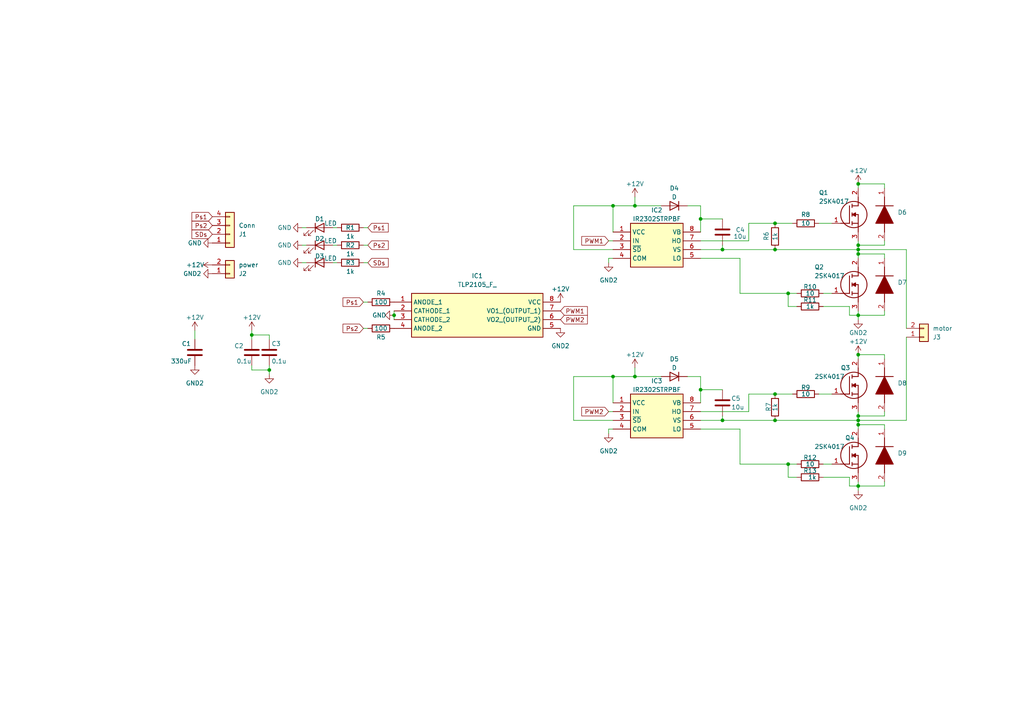
<source format=kicad_sch>
(kicad_sch
	(version 20231120)
	(generator "eeschema")
	(generator_version "8.0")
	(uuid "310bc10f-c807-4519-a987-33fd78e1162b")
	(paper "A4")
	(lib_symbols
		(symbol "2SK4017:2SK4017"
			(pin_names hide)
			(exclude_from_sim no)
			(in_bom yes)
			(on_board yes)
			(property "Reference" "Q"
				(at 11.43 3.81 0)
				(effects
					(font
						(size 1.27 1.27)
					)
					(justify left top)
				)
			)
			(property "Value" "2SK4017"
				(at 11.43 1.27 0)
				(effects
					(font
						(size 1.27 1.27)
					)
					(justify left top)
				)
			)
			(property "Footprint" "TO230P250X650X900-3P"
				(at 11.43 -98.73 0)
				(effects
					(font
						(size 1.27 1.27)
					)
					(justify left top)
					(hide yes)
				)
			)
			(property "Datasheet" "https://toshiba.semicon-storage.com/ap-en/semiconductor/product/mosfets/12v-300v-mosfets/detail.2SK4017.html"
				(at 11.43 -198.73 0)
				(effects
					(font
						(size 1.27 1.27)
					)
					(justify left top)
					(hide yes)
				)
			)
			(property "Description" "N-Channel 60 V 5A (Ta) 20W (Tc) Through Hole PW-MOLD2"
				(at 0 0 0)
				(effects
					(font
						(size 1.27 1.27)
					)
					(hide yes)
				)
			)
			(property "Height" "2.5"
				(at 11.43 -398.73 0)
				(effects
					(font
						(size 1.27 1.27)
					)
					(justify left top)
					(hide yes)
				)
			)
			(property "Manufacturer_Name" "Toshiba"
				(at 11.43 -498.73 0)
				(effects
					(font
						(size 1.27 1.27)
					)
					(justify left top)
					(hide yes)
				)
			)
			(property "Manufacturer_Part_Number" "2SK4017"
				(at 11.43 -598.73 0)
				(effects
					(font
						(size 1.27 1.27)
					)
					(justify left top)
					(hide yes)
				)
			)
			(property "Mouser Part Number" "N/A"
				(at 11.43 -698.73 0)
				(effects
					(font
						(size 1.27 1.27)
					)
					(justify left top)
					(hide yes)
				)
			)
			(property "Mouser Price/Stock" "https://www.mouser.co.uk/ProductDetail/Toshiba/2SK4017?qs=By6Nw2ByBD0L5JPyNaSFzw%3D%3D"
				(at 11.43 -798.73 0)
				(effects
					(font
						(size 1.27 1.27)
					)
					(justify left top)
					(hide yes)
				)
			)
			(property "Arrow Part Number" ""
				(at 11.43 -898.73 0)
				(effects
					(font
						(size 1.27 1.27)
					)
					(justify left top)
					(hide yes)
				)
			)
			(property "Arrow Price/Stock" ""
				(at 11.43 -998.73 0)
				(effects
					(font
						(size 1.27 1.27)
					)
					(justify left top)
					(hide yes)
				)
			)
			(symbol "2SK4017_1_1"
				(polyline
					(pts
						(xy 2.54 0) (xy 5.08 0)
					)
					(stroke
						(width 0.254)
						(type default)
					)
					(fill
						(type none)
					)
				)
				(polyline
					(pts
						(xy 5.08 5.08) (xy 5.08 0)
					)
					(stroke
						(width 0.254)
						(type default)
					)
					(fill
						(type none)
					)
				)
				(polyline
					(pts
						(xy 5.842 -0.508) (xy 5.842 0.508)
					)
					(stroke
						(width 0.254)
						(type default)
					)
					(fill
						(type none)
					)
				)
				(polyline
					(pts
						(xy 5.842 0) (xy 7.62 0)
					)
					(stroke
						(width 0.254)
						(type default)
					)
					(fill
						(type none)
					)
				)
				(polyline
					(pts
						(xy 5.842 2.032) (xy 5.842 3.048)
					)
					(stroke
						(width 0.254)
						(type default)
					)
					(fill
						(type none)
					)
				)
				(polyline
					(pts
						(xy 5.842 5.588) (xy 5.842 4.572)
					)
					(stroke
						(width 0.254)
						(type default)
					)
					(fill
						(type none)
					)
				)
				(polyline
					(pts
						(xy 7.62 2.54) (xy 5.842 2.54)
					)
					(stroke
						(width 0.254)
						(type default)
					)
					(fill
						(type none)
					)
				)
				(polyline
					(pts
						(xy 7.62 2.54) (xy 7.62 -2.54)
					)
					(stroke
						(width 0.254)
						(type default)
					)
					(fill
						(type none)
					)
				)
				(polyline
					(pts
						(xy 7.62 5.08) (xy 5.842 5.08)
					)
					(stroke
						(width 0.254)
						(type default)
					)
					(fill
						(type none)
					)
				)
				(polyline
					(pts
						(xy 7.62 5.08) (xy 7.62 7.62)
					)
					(stroke
						(width 0.254)
						(type default)
					)
					(fill
						(type none)
					)
				)
				(polyline
					(pts
						(xy 5.842 2.54) (xy 6.858 3.048) (xy 6.858 2.032) (xy 5.842 2.54)
					)
					(stroke
						(width 0.254)
						(type default)
					)
					(fill
						(type outline)
					)
				)
				(circle
					(center 6.35 2.54)
					(radius 3.81)
					(stroke
						(width 0.254)
						(type default)
					)
					(fill
						(type none)
					)
				)
				(pin passive line
					(at 0 0 0)
					(length 2.54)
					(name "G"
						(effects
							(font
								(size 1.27 1.27)
							)
						)
					)
					(number "1"
						(effects
							(font
								(size 1.27 1.27)
							)
						)
					)
				)
				(pin passive line
					(at 7.62 10.16 270)
					(length 2.54)
					(name "D"
						(effects
							(font
								(size 1.27 1.27)
							)
						)
					)
					(number "2"
						(effects
							(font
								(size 1.27 1.27)
							)
						)
					)
				)
				(pin passive line
					(at 7.62 -5.08 90)
					(length 2.54)
					(name "S"
						(effects
							(font
								(size 1.27 1.27)
							)
						)
					)
					(number "3"
						(effects
							(font
								(size 1.27 1.27)
							)
						)
					)
				)
			)
		)
		(symbol "Connector_Generic:Conn_01x02"
			(pin_names
				(offset 1.016) hide)
			(exclude_from_sim no)
			(in_bom yes)
			(on_board yes)
			(property "Reference" "J"
				(at 0 2.54 0)
				(effects
					(font
						(size 1.27 1.27)
					)
				)
			)
			(property "Value" "Conn_01x02"
				(at 0 -5.08 0)
				(effects
					(font
						(size 1.27 1.27)
					)
				)
			)
			(property "Footprint" ""
				(at 0 0 0)
				(effects
					(font
						(size 1.27 1.27)
					)
					(hide yes)
				)
			)
			(property "Datasheet" "~"
				(at 0 0 0)
				(effects
					(font
						(size 1.27 1.27)
					)
					(hide yes)
				)
			)
			(property "Description" "Generic connector, single row, 01x02, script generated (kicad-library-utils/schlib/autogen/connector/)"
				(at 0 0 0)
				(effects
					(font
						(size 1.27 1.27)
					)
					(hide yes)
				)
			)
			(property "ki_keywords" "connector"
				(at 0 0 0)
				(effects
					(font
						(size 1.27 1.27)
					)
					(hide yes)
				)
			)
			(property "ki_fp_filters" "Connector*:*_1x??_*"
				(at 0 0 0)
				(effects
					(font
						(size 1.27 1.27)
					)
					(hide yes)
				)
			)
			(symbol "Conn_01x02_1_1"
				(rectangle
					(start -1.27 -2.413)
					(end 0 -2.667)
					(stroke
						(width 0.1524)
						(type default)
					)
					(fill
						(type none)
					)
				)
				(rectangle
					(start -1.27 0.127)
					(end 0 -0.127)
					(stroke
						(width 0.1524)
						(type default)
					)
					(fill
						(type none)
					)
				)
				(rectangle
					(start -1.27 1.27)
					(end 1.27 -3.81)
					(stroke
						(width 0.254)
						(type default)
					)
					(fill
						(type background)
					)
				)
				(pin passive line
					(at -5.08 0 0)
					(length 3.81)
					(name "Pin_1"
						(effects
							(font
								(size 1.27 1.27)
							)
						)
					)
					(number "1"
						(effects
							(font
								(size 1.27 1.27)
							)
						)
					)
				)
				(pin passive line
					(at -5.08 -2.54 0)
					(length 3.81)
					(name "Pin_2"
						(effects
							(font
								(size 1.27 1.27)
							)
						)
					)
					(number "2"
						(effects
							(font
								(size 1.27 1.27)
							)
						)
					)
				)
			)
		)
		(symbol "Connector_Generic:Conn_01x04"
			(pin_names
				(offset 1.016) hide)
			(exclude_from_sim no)
			(in_bom yes)
			(on_board yes)
			(property "Reference" "J"
				(at 0 5.08 0)
				(effects
					(font
						(size 1.27 1.27)
					)
				)
			)
			(property "Value" "Conn_01x04"
				(at 0 -7.62 0)
				(effects
					(font
						(size 1.27 1.27)
					)
				)
			)
			(property "Footprint" ""
				(at 0 0 0)
				(effects
					(font
						(size 1.27 1.27)
					)
					(hide yes)
				)
			)
			(property "Datasheet" "~"
				(at 0 0 0)
				(effects
					(font
						(size 1.27 1.27)
					)
					(hide yes)
				)
			)
			(property "Description" "Generic connector, single row, 01x04, script generated (kicad-library-utils/schlib/autogen/connector/)"
				(at 0 0 0)
				(effects
					(font
						(size 1.27 1.27)
					)
					(hide yes)
				)
			)
			(property "ki_keywords" "connector"
				(at 0 0 0)
				(effects
					(font
						(size 1.27 1.27)
					)
					(hide yes)
				)
			)
			(property "ki_fp_filters" "Connector*:*_1x??_*"
				(at 0 0 0)
				(effects
					(font
						(size 1.27 1.27)
					)
					(hide yes)
				)
			)
			(symbol "Conn_01x04_1_1"
				(rectangle
					(start -1.27 -4.953)
					(end 0 -5.207)
					(stroke
						(width 0.1524)
						(type default)
					)
					(fill
						(type none)
					)
				)
				(rectangle
					(start -1.27 -2.413)
					(end 0 -2.667)
					(stroke
						(width 0.1524)
						(type default)
					)
					(fill
						(type none)
					)
				)
				(rectangle
					(start -1.27 0.127)
					(end 0 -0.127)
					(stroke
						(width 0.1524)
						(type default)
					)
					(fill
						(type none)
					)
				)
				(rectangle
					(start -1.27 2.667)
					(end 0 2.413)
					(stroke
						(width 0.1524)
						(type default)
					)
					(fill
						(type none)
					)
				)
				(rectangle
					(start -1.27 3.81)
					(end 1.27 -6.35)
					(stroke
						(width 0.254)
						(type default)
					)
					(fill
						(type background)
					)
				)
				(pin passive line
					(at -5.08 2.54 0)
					(length 3.81)
					(name "Pin_1"
						(effects
							(font
								(size 1.27 1.27)
							)
						)
					)
					(number "1"
						(effects
							(font
								(size 1.27 1.27)
							)
						)
					)
				)
				(pin passive line
					(at -5.08 0 0)
					(length 3.81)
					(name "Pin_2"
						(effects
							(font
								(size 1.27 1.27)
							)
						)
					)
					(number "2"
						(effects
							(font
								(size 1.27 1.27)
							)
						)
					)
				)
				(pin passive line
					(at -5.08 -2.54 0)
					(length 3.81)
					(name "Pin_3"
						(effects
							(font
								(size 1.27 1.27)
							)
						)
					)
					(number "3"
						(effects
							(font
								(size 1.27 1.27)
							)
						)
					)
				)
				(pin passive line
					(at -5.08 -5.08 0)
					(length 3.81)
					(name "Pin_4"
						(effects
							(font
								(size 1.27 1.27)
							)
						)
					)
					(number "4"
						(effects
							(font
								(size 1.27 1.27)
							)
						)
					)
				)
			)
		)
		(symbol "Device:C"
			(pin_numbers hide)
			(pin_names
				(offset 0.254)
			)
			(exclude_from_sim no)
			(in_bom yes)
			(on_board yes)
			(property "Reference" "C"
				(at 0.635 2.54 0)
				(effects
					(font
						(size 1.27 1.27)
					)
					(justify left)
				)
			)
			(property "Value" "C"
				(at 0.635 -2.54 0)
				(effects
					(font
						(size 1.27 1.27)
					)
					(justify left)
				)
			)
			(property "Footprint" ""
				(at 0.9652 -3.81 0)
				(effects
					(font
						(size 1.27 1.27)
					)
					(hide yes)
				)
			)
			(property "Datasheet" "~"
				(at 0 0 0)
				(effects
					(font
						(size 1.27 1.27)
					)
					(hide yes)
				)
			)
			(property "Description" "Unpolarized capacitor"
				(at 0 0 0)
				(effects
					(font
						(size 1.27 1.27)
					)
					(hide yes)
				)
			)
			(property "ki_keywords" "cap capacitor"
				(at 0 0 0)
				(effects
					(font
						(size 1.27 1.27)
					)
					(hide yes)
				)
			)
			(property "ki_fp_filters" "C_*"
				(at 0 0 0)
				(effects
					(font
						(size 1.27 1.27)
					)
					(hide yes)
				)
			)
			(symbol "C_0_1"
				(polyline
					(pts
						(xy -2.032 -0.762) (xy 2.032 -0.762)
					)
					(stroke
						(width 0.508)
						(type default)
					)
					(fill
						(type none)
					)
				)
				(polyline
					(pts
						(xy -2.032 0.762) (xy 2.032 0.762)
					)
					(stroke
						(width 0.508)
						(type default)
					)
					(fill
						(type none)
					)
				)
			)
			(symbol "C_1_1"
				(pin passive line
					(at 0 3.81 270)
					(length 2.794)
					(name "~"
						(effects
							(font
								(size 1.27 1.27)
							)
						)
					)
					(number "1"
						(effects
							(font
								(size 1.27 1.27)
							)
						)
					)
				)
				(pin passive line
					(at 0 -3.81 90)
					(length 2.794)
					(name "~"
						(effects
							(font
								(size 1.27 1.27)
							)
						)
					)
					(number "2"
						(effects
							(font
								(size 1.27 1.27)
							)
						)
					)
				)
			)
		)
		(symbol "Device:D"
			(pin_numbers hide)
			(pin_names
				(offset 1.016) hide)
			(exclude_from_sim no)
			(in_bom yes)
			(on_board yes)
			(property "Reference" "D"
				(at 0 2.54 0)
				(effects
					(font
						(size 1.27 1.27)
					)
				)
			)
			(property "Value" "D"
				(at 0 -2.54 0)
				(effects
					(font
						(size 1.27 1.27)
					)
				)
			)
			(property "Footprint" ""
				(at 0 0 0)
				(effects
					(font
						(size 1.27 1.27)
					)
					(hide yes)
				)
			)
			(property "Datasheet" "~"
				(at 0 0 0)
				(effects
					(font
						(size 1.27 1.27)
					)
					(hide yes)
				)
			)
			(property "Description" "Diode"
				(at 0 0 0)
				(effects
					(font
						(size 1.27 1.27)
					)
					(hide yes)
				)
			)
			(property "Sim.Device" "D"
				(at 0 0 0)
				(effects
					(font
						(size 1.27 1.27)
					)
					(hide yes)
				)
			)
			(property "Sim.Pins" "1=K 2=A"
				(at 0 0 0)
				(effects
					(font
						(size 1.27 1.27)
					)
					(hide yes)
				)
			)
			(property "ki_keywords" "diode"
				(at 0 0 0)
				(effects
					(font
						(size 1.27 1.27)
					)
					(hide yes)
				)
			)
			(property "ki_fp_filters" "TO-???* *_Diode_* *SingleDiode* D_*"
				(at 0 0 0)
				(effects
					(font
						(size 1.27 1.27)
					)
					(hide yes)
				)
			)
			(symbol "D_0_1"
				(polyline
					(pts
						(xy -1.27 1.27) (xy -1.27 -1.27)
					)
					(stroke
						(width 0.254)
						(type default)
					)
					(fill
						(type none)
					)
				)
				(polyline
					(pts
						(xy 1.27 0) (xy -1.27 0)
					)
					(stroke
						(width 0)
						(type default)
					)
					(fill
						(type none)
					)
				)
				(polyline
					(pts
						(xy 1.27 1.27) (xy 1.27 -1.27) (xy -1.27 0) (xy 1.27 1.27)
					)
					(stroke
						(width 0.254)
						(type default)
					)
					(fill
						(type none)
					)
				)
			)
			(symbol "D_1_1"
				(pin passive line
					(at -3.81 0 0)
					(length 2.54)
					(name "K"
						(effects
							(font
								(size 1.27 1.27)
							)
						)
					)
					(number "1"
						(effects
							(font
								(size 1.27 1.27)
							)
						)
					)
				)
				(pin passive line
					(at 3.81 0 180)
					(length 2.54)
					(name "A"
						(effects
							(font
								(size 1.27 1.27)
							)
						)
					)
					(number "2"
						(effects
							(font
								(size 1.27 1.27)
							)
						)
					)
				)
			)
		)
		(symbol "Device:LED"
			(pin_numbers hide)
			(pin_names
				(offset 1.016) hide)
			(exclude_from_sim no)
			(in_bom yes)
			(on_board yes)
			(property "Reference" "D"
				(at 0 2.54 0)
				(effects
					(font
						(size 1.27 1.27)
					)
				)
			)
			(property "Value" "LED"
				(at 0 -2.54 0)
				(effects
					(font
						(size 1.27 1.27)
					)
				)
			)
			(property "Footprint" ""
				(at 0 0 0)
				(effects
					(font
						(size 1.27 1.27)
					)
					(hide yes)
				)
			)
			(property "Datasheet" "~"
				(at 0 0 0)
				(effects
					(font
						(size 1.27 1.27)
					)
					(hide yes)
				)
			)
			(property "Description" "Light emitting diode"
				(at 0 0 0)
				(effects
					(font
						(size 1.27 1.27)
					)
					(hide yes)
				)
			)
			(property "ki_keywords" "LED diode"
				(at 0 0 0)
				(effects
					(font
						(size 1.27 1.27)
					)
					(hide yes)
				)
			)
			(property "ki_fp_filters" "LED* LED_SMD:* LED_THT:*"
				(at 0 0 0)
				(effects
					(font
						(size 1.27 1.27)
					)
					(hide yes)
				)
			)
			(symbol "LED_0_1"
				(polyline
					(pts
						(xy -1.27 -1.27) (xy -1.27 1.27)
					)
					(stroke
						(width 0.254)
						(type default)
					)
					(fill
						(type none)
					)
				)
				(polyline
					(pts
						(xy -1.27 0) (xy 1.27 0)
					)
					(stroke
						(width 0)
						(type default)
					)
					(fill
						(type none)
					)
				)
				(polyline
					(pts
						(xy 1.27 -1.27) (xy 1.27 1.27) (xy -1.27 0) (xy 1.27 -1.27)
					)
					(stroke
						(width 0.254)
						(type default)
					)
					(fill
						(type none)
					)
				)
				(polyline
					(pts
						(xy -3.048 -0.762) (xy -4.572 -2.286) (xy -3.81 -2.286) (xy -4.572 -2.286) (xy -4.572 -1.524)
					)
					(stroke
						(width 0)
						(type default)
					)
					(fill
						(type none)
					)
				)
				(polyline
					(pts
						(xy -1.778 -0.762) (xy -3.302 -2.286) (xy -2.54 -2.286) (xy -3.302 -2.286) (xy -3.302 -1.524)
					)
					(stroke
						(width 0)
						(type default)
					)
					(fill
						(type none)
					)
				)
			)
			(symbol "LED_1_1"
				(pin passive line
					(at -3.81 0 0)
					(length 2.54)
					(name "K"
						(effects
							(font
								(size 1.27 1.27)
							)
						)
					)
					(number "1"
						(effects
							(font
								(size 1.27 1.27)
							)
						)
					)
				)
				(pin passive line
					(at 3.81 0 180)
					(length 2.54)
					(name "A"
						(effects
							(font
								(size 1.27 1.27)
							)
						)
					)
					(number "2"
						(effects
							(font
								(size 1.27 1.27)
							)
						)
					)
				)
			)
		)
		(symbol "Device:R"
			(pin_numbers hide)
			(pin_names
				(offset 0)
			)
			(exclude_from_sim no)
			(in_bom yes)
			(on_board yes)
			(property "Reference" "R"
				(at 2.032 0 90)
				(effects
					(font
						(size 1.27 1.27)
					)
				)
			)
			(property "Value" "R"
				(at 0 0 90)
				(effects
					(font
						(size 1.27 1.27)
					)
				)
			)
			(property "Footprint" ""
				(at -1.778 0 90)
				(effects
					(font
						(size 1.27 1.27)
					)
					(hide yes)
				)
			)
			(property "Datasheet" "~"
				(at 0 0 0)
				(effects
					(font
						(size 1.27 1.27)
					)
					(hide yes)
				)
			)
			(property "Description" "Resistor"
				(at 0 0 0)
				(effects
					(font
						(size 1.27 1.27)
					)
					(hide yes)
				)
			)
			(property "ki_keywords" "R res resistor"
				(at 0 0 0)
				(effects
					(font
						(size 1.27 1.27)
					)
					(hide yes)
				)
			)
			(property "ki_fp_filters" "R_*"
				(at 0 0 0)
				(effects
					(font
						(size 1.27 1.27)
					)
					(hide yes)
				)
			)
			(symbol "R_0_1"
				(rectangle
					(start -1.016 -2.54)
					(end 1.016 2.54)
					(stroke
						(width 0.254)
						(type default)
					)
					(fill
						(type none)
					)
				)
			)
			(symbol "R_1_1"
				(pin passive line
					(at 0 3.81 270)
					(length 1.27)
					(name "~"
						(effects
							(font
								(size 1.27 1.27)
							)
						)
					)
					(number "1"
						(effects
							(font
								(size 1.27 1.27)
							)
						)
					)
				)
				(pin passive line
					(at 0 -3.81 90)
					(length 1.27)
					(name "~"
						(effects
							(font
								(size 1.27 1.27)
							)
						)
					)
					(number "2"
						(effects
							(font
								(size 1.27 1.27)
							)
						)
					)
				)
			)
		)
		(symbol "IR2302:IR2302STRPBF"
			(exclude_from_sim no)
			(in_bom yes)
			(on_board yes)
			(property "Reference" "IC"
				(at 21.59 7.62 0)
				(effects
					(font
						(size 1.27 1.27)
					)
					(justify left top)
				)
			)
			(property "Value" "IR2302STRPBF"
				(at 21.59 5.08 0)
				(effects
					(font
						(size 1.27 1.27)
					)
					(justify left top)
				)
			)
			(property "Footprint" "IR2302:SOIC127P600X175-8N"
				(at 21.59 -94.92 0)
				(effects
					(font
						(size 1.27 1.27)
					)
					(justify left top)
					(hide yes)
				)
			)
			(property "Datasheet" "http://uk.rs-online.com/web/p/products/2177191P"
				(at 21.59 -194.92 0)
				(effects
					(font
						(size 1.27 1.27)
					)
					(justify left top)
					(hide yes)
				)
			)
			(property "Description" "Gate Drivers Hlf Brdg Drvr Soft T rn On Sngl 500ns"
				(at 0 0 0)
				(effects
					(font
						(size 1.27 1.27)
					)
					(hide yes)
				)
			)
			(property "Height" "1.75"
				(at 21.59 -394.92 0)
				(effects
					(font
						(size 1.27 1.27)
					)
					(justify left top)
					(hide yes)
				)
			)
			(property "RS Part Number" "2177191P"
				(at 21.59 -494.92 0)
				(effects
					(font
						(size 1.27 1.27)
					)
					(justify left top)
					(hide yes)
				)
			)
			(property "RS Price/Stock" "http://uk.rs-online.com/web/p/products/2177191P"
				(at 21.59 -594.92 0)
				(effects
					(font
						(size 1.27 1.27)
					)
					(justify left top)
					(hide yes)
				)
			)
			(property "Manufacturer_Name" "Infineon"
				(at 21.59 -694.92 0)
				(effects
					(font
						(size 1.27 1.27)
					)
					(justify left top)
					(hide yes)
				)
			)
			(property "Manufacturer_Part_Number" "IR2302STRPBF"
				(at 21.59 -794.92 0)
				(effects
					(font
						(size 1.27 1.27)
					)
					(justify left top)
					(hide yes)
				)
			)
			(property "Allied_Number" "70018745"
				(at 21.59 -894.92 0)
				(effects
					(font
						(size 1.27 1.27)
					)
					(justify left top)
					(hide yes)
				)
			)
			(symbol "IR2302STRPBF_1_1"
				(rectangle
					(start 5.08 2.54)
					(end 20.32 -10.16)
					(stroke
						(width 0.254)
						(type default)
					)
					(fill
						(type background)
					)
				)
				(pin passive line
					(at 0 0 0)
					(length 5.08)
					(name "VCC"
						(effects
							(font
								(size 1.27 1.27)
							)
						)
					)
					(number "1"
						(effects
							(font
								(size 1.27 1.27)
							)
						)
					)
				)
				(pin passive line
					(at 0 -2.54 0)
					(length 5.08)
					(name "IN"
						(effects
							(font
								(size 1.27 1.27)
							)
						)
					)
					(number "2"
						(effects
							(font
								(size 1.27 1.27)
							)
						)
					)
				)
				(pin passive line
					(at 0 -5.08 0)
					(length 5.08)
					(name "~{SD}"
						(effects
							(font
								(size 1.27 1.27)
							)
						)
					)
					(number "3"
						(effects
							(font
								(size 1.27 1.27)
							)
						)
					)
				)
				(pin passive line
					(at 0 -7.62 0)
					(length 5.08)
					(name "COM"
						(effects
							(font
								(size 1.27 1.27)
							)
						)
					)
					(number "4"
						(effects
							(font
								(size 1.27 1.27)
							)
						)
					)
				)
				(pin passive line
					(at 25.4 -7.62 180)
					(length 5.08)
					(name "LO"
						(effects
							(font
								(size 1.27 1.27)
							)
						)
					)
					(number "5"
						(effects
							(font
								(size 1.27 1.27)
							)
						)
					)
				)
				(pin passive line
					(at 25.4 -5.08 180)
					(length 5.08)
					(name "VS"
						(effects
							(font
								(size 1.27 1.27)
							)
						)
					)
					(number "6"
						(effects
							(font
								(size 1.27 1.27)
							)
						)
					)
				)
				(pin passive line
					(at 25.4 -2.54 180)
					(length 5.08)
					(name "HO"
						(effects
							(font
								(size 1.27 1.27)
							)
						)
					)
					(number "7"
						(effects
							(font
								(size 1.27 1.27)
							)
						)
					)
				)
				(pin passive line
					(at 25.4 0 180)
					(length 5.08)
					(name "VB"
						(effects
							(font
								(size 1.27 1.27)
							)
						)
					)
					(number "8"
						(effects
							(font
								(size 1.27 1.27)
							)
						)
					)
				)
			)
		)
		(symbol "RF201LAM2STR:RF201LAM2STR"
			(pin_names hide)
			(exclude_from_sim no)
			(in_bom yes)
			(on_board yes)
			(property "Reference" "D"
				(at 11.43 5.08 0)
				(effects
					(font
						(size 1.27 1.27)
					)
					(justify left top)
				)
			)
			(property "Value" "RF201LAM2STR"
				(at 11.43 2.54 0)
				(effects
					(font
						(size 1.27 1.27)
					)
					(justify left top)
				)
			)
			(property "Footprint" "RF201LAM2STR:RF201LAM2STR"
				(at 11.43 -97.46 0)
				(effects
					(font
						(size 1.27 1.27)
					)
					(justify left top)
					(hide yes)
				)
			)
			(property "Datasheet" "http://uk.rs-online.com/web/p/products/1333280P"
				(at 11.43 -197.46 0)
				(effects
					(font
						(size 1.27 1.27)
					)
					(justify left top)
					(hide yes)
				)
			)
			(property "Description" "Super Fast Recovery Diode"
				(at 0 0 0)
				(effects
					(font
						(size 1.27 1.27)
					)
					(hide yes)
				)
			)
			(property "Height" "1.05"
				(at 11.43 -397.46 0)
				(effects
					(font
						(size 1.27 1.27)
					)
					(justify left top)
					(hide yes)
				)
			)
			(property "RS Part Number" "1333280P"
				(at 11.43 -497.46 0)
				(effects
					(font
						(size 1.27 1.27)
					)
					(justify left top)
					(hide yes)
				)
			)
			(property "RS Price/Stock" "http://uk.rs-online.com/web/p/products/1333280P"
				(at 11.43 -597.46 0)
				(effects
					(font
						(size 1.27 1.27)
					)
					(justify left top)
					(hide yes)
				)
			)
			(property "Manufacturer_Name" "ROHM Semiconductor"
				(at 11.43 -697.46 0)
				(effects
					(font
						(size 1.27 1.27)
					)
					(justify left top)
					(hide yes)
				)
			)
			(property "Manufacturer_Part_Number" "RF201LAM2STR"
				(at 11.43 -797.46 0)
				(effects
					(font
						(size 1.27 1.27)
					)
					(justify left top)
					(hide yes)
				)
			)
			(symbol "RF201LAM2STR_1_1"
				(polyline
					(pts
						(xy 2.54 0) (xy 5.08 0)
					)
					(stroke
						(width 0.254)
						(type default)
					)
					(fill
						(type none)
					)
				)
				(polyline
					(pts
						(xy 5.08 2.54) (xy 5.08 -2.54)
					)
					(stroke
						(width 0.254)
						(type default)
					)
					(fill
						(type none)
					)
				)
				(polyline
					(pts
						(xy 10.16 0) (xy 12.7 0)
					)
					(stroke
						(width 0.254)
						(type default)
					)
					(fill
						(type none)
					)
				)
				(polyline
					(pts
						(xy 5.08 0) (xy 10.16 2.54) (xy 10.16 -2.54) (xy 5.08 0)
					)
					(stroke
						(width 0.254)
						(type default)
					)
					(fill
						(type outline)
					)
				)
				(pin passive line
					(at 0 0 0)
					(length 2.54)
					(name "K"
						(effects
							(font
								(size 1.27 1.27)
							)
						)
					)
					(number "1"
						(effects
							(font
								(size 1.27 1.27)
							)
						)
					)
				)
				(pin passive line
					(at 15.24 0 180)
					(length 2.54)
					(name "A"
						(effects
							(font
								(size 1.27 1.27)
							)
						)
					)
					(number "2"
						(effects
							(font
								(size 1.27 1.27)
							)
						)
					)
				)
			)
		)
		(symbol "TLP2105_F_:TLP2105_F_"
			(exclude_from_sim no)
			(in_bom yes)
			(on_board yes)
			(property "Reference" "IC"
				(at 44.45 7.62 0)
				(effects
					(font
						(size 1.27 1.27)
					)
					(justify left top)
				)
			)
			(property "Value" "TLP2105_F_"
				(at 44.45 5.08 0)
				(effects
					(font
						(size 1.27 1.27)
					)
					(justify left top)
				)
			)
			(property "Footprint" "SOIC127P600X290-8N"
				(at 44.45 -94.92 0)
				(effects
					(font
						(size 1.27 1.27)
					)
					(justify left top)
					(hide yes)
				)
			)
			(property "Datasheet" "http://toshiba.semicon-storage.com/info/docget.jsp?did=12361&prodName=TLP2105"
				(at 44.45 -194.92 0)
				(effects
					(font
						(size 1.27 1.27)
					)
					(justify left top)
					(hide yes)
				)
			)
			(property "Description" "Toshiba TLP2105(F) DC Input Transistor Output Dual Optocoupler, Surface Mount, 8-Pin SOIC"
				(at 0 0 0)
				(effects
					(font
						(size 1.27 1.27)
					)
					(hide yes)
				)
			)
			(property "Height" "2.9"
				(at 44.45 -394.92 0)
				(effects
					(font
						(size 1.27 1.27)
					)
					(justify left top)
					(hide yes)
				)
			)
			(property "Manufacturer_Name" "Toshiba"
				(at 44.45 -494.92 0)
				(effects
					(font
						(size 1.27 1.27)
					)
					(justify left top)
					(hide yes)
				)
			)
			(property "Manufacturer_Part_Number" "TLP2105(F)"
				(at 44.45 -594.92 0)
				(effects
					(font
						(size 1.27 1.27)
					)
					(justify left top)
					(hide yes)
				)
			)
			(property "Mouser Part Number" "757-TLP2105(F)"
				(at 44.45 -694.92 0)
				(effects
					(font
						(size 1.27 1.27)
					)
					(justify left top)
					(hide yes)
				)
			)
			(property "Mouser Price/Stock" "https://www.mouser.co.uk/ProductDetail/Toshiba/TLP2105F?qs=1lrDSlRzNdbpGSAMGA0fBw%3D%3D"
				(at 44.45 -794.92 0)
				(effects
					(font
						(size 1.27 1.27)
					)
					(justify left top)
					(hide yes)
				)
			)
			(property "Arrow Part Number" ""
				(at 44.45 -894.92 0)
				(effects
					(font
						(size 1.27 1.27)
					)
					(justify left top)
					(hide yes)
				)
			)
			(property "Arrow Price/Stock" ""
				(at 44.45 -994.92 0)
				(effects
					(font
						(size 1.27 1.27)
					)
					(justify left top)
					(hide yes)
				)
			)
			(symbol "TLP2105_F__1_1"
				(rectangle
					(start 5.08 2.54)
					(end 43.18 -10.16)
					(stroke
						(width 0.254)
						(type default)
					)
					(fill
						(type background)
					)
				)
				(pin passive line
					(at 0 0 0)
					(length 5.08)
					(name "ANODE_1"
						(effects
							(font
								(size 1.27 1.27)
							)
						)
					)
					(number "1"
						(effects
							(font
								(size 1.27 1.27)
							)
						)
					)
				)
				(pin passive line
					(at 0 -2.54 0)
					(length 5.08)
					(name "CATHODE_1"
						(effects
							(font
								(size 1.27 1.27)
							)
						)
					)
					(number "2"
						(effects
							(font
								(size 1.27 1.27)
							)
						)
					)
				)
				(pin passive line
					(at 0 -5.08 0)
					(length 5.08)
					(name "CATHODE_2"
						(effects
							(font
								(size 1.27 1.27)
							)
						)
					)
					(number "3"
						(effects
							(font
								(size 1.27 1.27)
							)
						)
					)
				)
				(pin passive line
					(at 0 -7.62 0)
					(length 5.08)
					(name "ANODE_2"
						(effects
							(font
								(size 1.27 1.27)
							)
						)
					)
					(number "4"
						(effects
							(font
								(size 1.27 1.27)
							)
						)
					)
				)
				(pin passive line
					(at 48.26 -7.62 180)
					(length 5.08)
					(name "GND"
						(effects
							(font
								(size 1.27 1.27)
							)
						)
					)
					(number "5"
						(effects
							(font
								(size 1.27 1.27)
							)
						)
					)
				)
				(pin passive line
					(at 48.26 -5.08 180)
					(length 5.08)
					(name "VO2_(OUTPUT_2)"
						(effects
							(font
								(size 1.27 1.27)
							)
						)
					)
					(number "6"
						(effects
							(font
								(size 1.27 1.27)
							)
						)
					)
				)
				(pin passive line
					(at 48.26 -2.54 180)
					(length 5.08)
					(name "VO1_(OUTPUT_1)"
						(effects
							(font
								(size 1.27 1.27)
							)
						)
					)
					(number "7"
						(effects
							(font
								(size 1.27 1.27)
							)
						)
					)
				)
				(pin passive line
					(at 48.26 0 180)
					(length 5.08)
					(name "VCC"
						(effects
							(font
								(size 1.27 1.27)
							)
						)
					)
					(number "8"
						(effects
							(font
								(size 1.27 1.27)
							)
						)
					)
				)
			)
		)
		(symbol "power:+12V"
			(power)
			(pin_names
				(offset 0)
			)
			(exclude_from_sim no)
			(in_bom yes)
			(on_board yes)
			(property "Reference" "#PWR"
				(at 0 -3.81 0)
				(effects
					(font
						(size 1.27 1.27)
					)
					(hide yes)
				)
			)
			(property "Value" "+12V"
				(at 0 3.556 0)
				(effects
					(font
						(size 1.27 1.27)
					)
				)
			)
			(property "Footprint" ""
				(at 0 0 0)
				(effects
					(font
						(size 1.27 1.27)
					)
					(hide yes)
				)
			)
			(property "Datasheet" ""
				(at 0 0 0)
				(effects
					(font
						(size 1.27 1.27)
					)
					(hide yes)
				)
			)
			(property "Description" "Power symbol creates a global label with name \"+12V\""
				(at 0 0 0)
				(effects
					(font
						(size 1.27 1.27)
					)
					(hide yes)
				)
			)
			(property "ki_keywords" "global power"
				(at 0 0 0)
				(effects
					(font
						(size 1.27 1.27)
					)
					(hide yes)
				)
			)
			(symbol "+12V_0_1"
				(polyline
					(pts
						(xy -0.762 1.27) (xy 0 2.54)
					)
					(stroke
						(width 0)
						(type default)
					)
					(fill
						(type none)
					)
				)
				(polyline
					(pts
						(xy 0 0) (xy 0 2.54)
					)
					(stroke
						(width 0)
						(type default)
					)
					(fill
						(type none)
					)
				)
				(polyline
					(pts
						(xy 0 2.54) (xy 0.762 1.27)
					)
					(stroke
						(width 0)
						(type default)
					)
					(fill
						(type none)
					)
				)
			)
			(symbol "+12V_1_1"
				(pin power_in line
					(at 0 0 90)
					(length 0) hide
					(name "+12V"
						(effects
							(font
								(size 1.27 1.27)
							)
						)
					)
					(number "1"
						(effects
							(font
								(size 1.27 1.27)
							)
						)
					)
				)
			)
		)
		(symbol "power:GND"
			(power)
			(pin_names
				(offset 0)
			)
			(exclude_from_sim no)
			(in_bom yes)
			(on_board yes)
			(property "Reference" "#PWR"
				(at 0 -6.35 0)
				(effects
					(font
						(size 1.27 1.27)
					)
					(hide yes)
				)
			)
			(property "Value" "GND"
				(at 0 -3.81 0)
				(effects
					(font
						(size 1.27 1.27)
					)
				)
			)
			(property "Footprint" ""
				(at 0 0 0)
				(effects
					(font
						(size 1.27 1.27)
					)
					(hide yes)
				)
			)
			(property "Datasheet" ""
				(at 0 0 0)
				(effects
					(font
						(size 1.27 1.27)
					)
					(hide yes)
				)
			)
			(property "Description" "Power symbol creates a global label with name \"GND\" , ground"
				(at 0 0 0)
				(effects
					(font
						(size 1.27 1.27)
					)
					(hide yes)
				)
			)
			(property "ki_keywords" "global power"
				(at 0 0 0)
				(effects
					(font
						(size 1.27 1.27)
					)
					(hide yes)
				)
			)
			(symbol "GND_0_1"
				(polyline
					(pts
						(xy 0 0) (xy 0 -1.27) (xy 1.27 -1.27) (xy 0 -2.54) (xy -1.27 -1.27) (xy 0 -1.27)
					)
					(stroke
						(width 0)
						(type default)
					)
					(fill
						(type none)
					)
				)
			)
			(symbol "GND_1_1"
				(pin power_in line
					(at 0 0 270)
					(length 0) hide
					(name "GND"
						(effects
							(font
								(size 1.27 1.27)
							)
						)
					)
					(number "1"
						(effects
							(font
								(size 1.27 1.27)
							)
						)
					)
				)
			)
		)
		(symbol "power:GND2"
			(power)
			(pin_names
				(offset 0)
			)
			(exclude_from_sim no)
			(in_bom yes)
			(on_board yes)
			(property "Reference" "#PWR"
				(at 0 -6.35 0)
				(effects
					(font
						(size 1.27 1.27)
					)
					(hide yes)
				)
			)
			(property "Value" "GND2"
				(at 0 -3.81 0)
				(effects
					(font
						(size 1.27 1.27)
					)
				)
			)
			(property "Footprint" ""
				(at 0 0 0)
				(effects
					(font
						(size 1.27 1.27)
					)
					(hide yes)
				)
			)
			(property "Datasheet" ""
				(at 0 0 0)
				(effects
					(font
						(size 1.27 1.27)
					)
					(hide yes)
				)
			)
			(property "Description" "Power symbol creates a global label with name \"GND2\" , ground"
				(at 0 0 0)
				(effects
					(font
						(size 1.27 1.27)
					)
					(hide yes)
				)
			)
			(property "ki_keywords" "global power"
				(at 0 0 0)
				(effects
					(font
						(size 1.27 1.27)
					)
					(hide yes)
				)
			)
			(symbol "GND2_0_1"
				(polyline
					(pts
						(xy 0 0) (xy 0 -1.27) (xy 1.27 -1.27) (xy 0 -2.54) (xy -1.27 -1.27) (xy 0 -1.27)
					)
					(stroke
						(width 0)
						(type default)
					)
					(fill
						(type none)
					)
				)
			)
			(symbol "GND2_1_1"
				(pin power_in line
					(at 0 0 270)
					(length 0) hide
					(name "GND2"
						(effects
							(font
								(size 1.27 1.27)
							)
						)
					)
					(number "1"
						(effects
							(font
								(size 1.27 1.27)
							)
						)
					)
				)
			)
		)
	)
	(junction
		(at 224.79 72.39)
		(diameter 0)
		(color 0 0 0 0)
		(uuid "13cd19d9-8700-4b1b-a069-5cdd8ede69cb")
	)
	(junction
		(at 224.79 121.92)
		(diameter 0)
		(color 0 0 0 0)
		(uuid "18c5d47c-39b3-46a1-8dda-e7540edb183e")
	)
	(junction
		(at 203.2 113.03)
		(diameter 0)
		(color 0 0 0 0)
		(uuid "31e7da4f-9ed9-4c33-ae6e-9a6c6321bdfc")
	)
	(junction
		(at 248.92 102.87)
		(diameter 0)
		(color 0 0 0 0)
		(uuid "35c9434d-f520-47bc-8e84-7babf775758b")
	)
	(junction
		(at 78.105 107.315)
		(diameter 0)
		(color 0 0 0 0)
		(uuid "4c44bd53-35ee-42b8-8576-091e00a6226f")
	)
	(junction
		(at 248.92 72.39)
		(diameter 0)
		(color 0 0 0 0)
		(uuid "4dac3cb3-28db-43aa-ab99-44edd8f52a44")
	)
	(junction
		(at 224.79 114.3)
		(diameter 0)
		(color 0 0 0 0)
		(uuid "4e809304-3827-4758-ab50-97c73352fa53")
	)
	(junction
		(at 248.92 140.97)
		(diameter 0)
		(color 0 0 0 0)
		(uuid "648b8360-4e89-46f8-be9f-aa81617c9aad")
	)
	(junction
		(at 228.6 134.62)
		(diameter 0)
		(color 0 0 0 0)
		(uuid "6b9d4ac0-9582-4e2a-b22c-c9782f7f1dba")
	)
	(junction
		(at 184.15 59.69)
		(diameter 0)
		(color 0 0 0 0)
		(uuid "6e133df9-f647-41e2-aacc-39c2df07d6c0")
	)
	(junction
		(at 209.55 72.39)
		(diameter 0)
		(color 0 0 0 0)
		(uuid "700f385c-8ff1-4649-9957-8baa7bed7a5e")
	)
	(junction
		(at 248.92 91.44)
		(diameter 0)
		(color 0 0 0 0)
		(uuid "7092a0a1-efe9-4c57-aeaa-3f463c83ef2e")
	)
	(junction
		(at 248.92 121.92)
		(diameter 0)
		(color 0 0 0 0)
		(uuid "76a76020-94bc-4662-ac37-508c3ac6cd64")
	)
	(junction
		(at 114.3 91.44)
		(diameter 0)
		(color 0 0 0 0)
		(uuid "81b2b5de-153d-48be-9197-49ed5d72f125")
	)
	(junction
		(at 184.15 109.22)
		(diameter 0)
		(color 0 0 0 0)
		(uuid "8a7bbc56-aea9-4545-a1ed-d0dd28a0d707")
	)
	(junction
		(at 248.92 73.66)
		(diameter 0)
		(color 0 0 0 0)
		(uuid "93a16708-594b-4d3f-8b28-94baf1bad881")
	)
	(junction
		(at 177.8 109.22)
		(diameter 0)
		(color 0 0 0 0)
		(uuid "a3ab9734-8162-4efc-be00-bdcc57378f46")
	)
	(junction
		(at 203.2 63.5)
		(diameter 0)
		(color 0 0 0 0)
		(uuid "a4602434-02f1-48f4-abb0-d26aff245dfd")
	)
	(junction
		(at 248.92 120.65)
		(diameter 0)
		(color 0 0 0 0)
		(uuid "afaddf99-26ff-4a5c-94c5-adec67bea38b")
	)
	(junction
		(at 224.79 64.77)
		(diameter 0)
		(color 0 0 0 0)
		(uuid "bdb65959-4300-493b-aecc-dd235aaa9f33")
	)
	(junction
		(at 177.8 59.69)
		(diameter 0)
		(color 0 0 0 0)
		(uuid "c4c852e8-2a62-4102-ba5d-c85e962bfe82")
	)
	(junction
		(at 209.55 121.92)
		(diameter 0)
		(color 0 0 0 0)
		(uuid "c8740f97-8b7d-40cd-9545-b1e209249b2a")
	)
	(junction
		(at 248.92 53.34)
		(diameter 0)
		(color 0 0 0 0)
		(uuid "cb46921e-9bd9-4f05-be1e-a64e05df4592")
	)
	(junction
		(at 248.92 71.12)
		(diameter 0)
		(color 0 0 0 0)
		(uuid "ce0c7b32-0f8b-46d7-890d-8a83eca83421")
	)
	(junction
		(at 248.92 123.19)
		(diameter 0)
		(color 0 0 0 0)
		(uuid "d0327e92-c98d-42b2-8324-6f303319c35f")
	)
	(junction
		(at 228.6 85.09)
		(diameter 0)
		(color 0 0 0 0)
		(uuid "eb53d642-02fb-455e-8e53-aff8f82c7fe1")
	)
	(junction
		(at 73.025 97.155)
		(diameter 0)
		(color 0 0 0 0)
		(uuid "ecdb4083-6f71-42ee-bf62-888525e025ce")
	)
	(wire
		(pts
			(xy 238.76 88.9) (xy 246.38 88.9)
		)
		(stroke
			(width 0)
			(type default)
		)
		(uuid "00651152-1108-4967-b0f6-5b508184a99a")
	)
	(wire
		(pts
			(xy 237.49 64.77) (xy 241.3 64.77)
		)
		(stroke
			(width 0)
			(type default)
		)
		(uuid "05bfdad5-ec36-44e5-825f-a0bdcf40447e")
	)
	(wire
		(pts
			(xy 231.14 88.9) (xy 228.6 88.9)
		)
		(stroke
			(width 0)
			(type default)
		)
		(uuid "0ae39201-c4da-45e1-9b7e-cbf2c1d44cf1")
	)
	(wire
		(pts
			(xy 246.38 140.97) (xy 248.92 140.97)
		)
		(stroke
			(width 0)
			(type default)
		)
		(uuid "0b013047-7893-46dc-bbeb-0b27b759ae9c")
	)
	(wire
		(pts
			(xy 248.92 123.19) (xy 248.92 124.46)
		)
		(stroke
			(width 0)
			(type default)
		)
		(uuid "0f93ffa9-2f67-4df0-b60b-b1873329d8e8")
	)
	(wire
		(pts
			(xy 209.55 121.92) (xy 224.79 121.92)
		)
		(stroke
			(width 0)
			(type default)
		)
		(uuid "105ec5af-d558-4bf1-9c6c-23d7b7790c41")
	)
	(wire
		(pts
			(xy 256.54 90.17) (xy 256.54 91.44)
		)
		(stroke
			(width 0)
			(type default)
		)
		(uuid "1168871a-cde3-4f12-b436-b23be53b74a6")
	)
	(wire
		(pts
			(xy 228.6 134.62) (xy 231.14 134.62)
		)
		(stroke
			(width 0)
			(type default)
		)
		(uuid "11d12e95-4750-4b9a-a68d-d4c2329afb71")
	)
	(wire
		(pts
			(xy 237.49 114.3) (xy 241.3 114.3)
		)
		(stroke
			(width 0)
			(type default)
		)
		(uuid "193f41b0-3d09-421f-ae74-24a856d8c59c")
	)
	(wire
		(pts
			(xy 256.54 102.87) (xy 248.92 102.87)
		)
		(stroke
			(width 0)
			(type default)
		)
		(uuid "1adc815c-ce9f-4b02-af9f-ba3de1172c4a")
	)
	(wire
		(pts
			(xy 97.79 76.2) (xy 96.52 76.2)
		)
		(stroke
			(width 0)
			(type default)
		)
		(uuid "1bb2f175-5122-49d9-8a16-f0adf4970bf0")
	)
	(wire
		(pts
			(xy 184.15 59.69) (xy 191.77 59.69)
		)
		(stroke
			(width 0)
			(type default)
		)
		(uuid "1f3e097d-fe6e-419e-9ed9-5607b14672dd")
	)
	(wire
		(pts
			(xy 214.63 134.62) (xy 228.6 134.62)
		)
		(stroke
			(width 0)
			(type default)
		)
		(uuid "285a4b70-59c7-484a-96bb-1915ed8fdeb3")
	)
	(wire
		(pts
			(xy 203.2 69.85) (xy 217.17 69.85)
		)
		(stroke
			(width 0)
			(type default)
		)
		(uuid "29d3558c-9164-48bf-90d7-a4d28cca8855")
	)
	(wire
		(pts
			(xy 203.2 59.69) (xy 203.2 63.5)
		)
		(stroke
			(width 0)
			(type default)
		)
		(uuid "2dd08a25-be4c-4da5-bda0-ef0ca7cb3596")
	)
	(wire
		(pts
			(xy 248.92 90.17) (xy 248.92 91.44)
		)
		(stroke
			(width 0)
			(type default)
		)
		(uuid "2ed9040a-b747-4a7c-9228-98726b110715")
	)
	(wire
		(pts
			(xy 106.68 66.04) (xy 105.41 66.04)
		)
		(stroke
			(width 0)
			(type default)
		)
		(uuid "2fdc9f3f-76da-4797-aaf9-fe32a59aba09")
	)
	(wire
		(pts
			(xy 256.54 119.38) (xy 256.54 120.65)
		)
		(stroke
			(width 0)
			(type default)
		)
		(uuid "2ff0edfa-8e50-4380-bbf8-1e71b2aed920")
	)
	(wire
		(pts
			(xy 199.39 109.22) (xy 203.2 109.22)
		)
		(stroke
			(width 0)
			(type default)
		)
		(uuid "31b6a2e8-dfcd-430f-babb-b5543852f30d")
	)
	(wire
		(pts
			(xy 214.63 124.46) (xy 214.63 134.62)
		)
		(stroke
			(width 0)
			(type default)
		)
		(uuid "347ac3ab-01d3-4881-b3d0-1c772ac621ad")
	)
	(wire
		(pts
			(xy 73.025 107.315) (xy 78.105 107.315)
		)
		(stroke
			(width 0)
			(type default)
		)
		(uuid "37f69b6e-773a-4a62-ad1e-a03fd1280d46")
	)
	(wire
		(pts
			(xy 238.76 134.62) (xy 241.3 134.62)
		)
		(stroke
			(width 0)
			(type default)
		)
		(uuid "38a84e28-d69a-4002-826a-8157a24638e5")
	)
	(wire
		(pts
			(xy 256.54 73.66) (xy 248.92 73.66)
		)
		(stroke
			(width 0)
			(type default)
		)
		(uuid "394e55d3-e206-4114-8ce4-e3c5eaf1481a")
	)
	(wire
		(pts
			(xy 106.68 71.12) (xy 105.41 71.12)
		)
		(stroke
			(width 0)
			(type default)
		)
		(uuid "3f6bc673-c840-40ea-a001-cf6a2713bdc4")
	)
	(wire
		(pts
			(xy 184.15 109.22) (xy 177.8 109.22)
		)
		(stroke
			(width 0)
			(type default)
		)
		(uuid "42fb9c73-5c1a-41f0-9dcd-11e0f2415653")
	)
	(wire
		(pts
			(xy 203.2 63.5) (xy 203.2 67.31)
		)
		(stroke
			(width 0)
			(type default)
		)
		(uuid "49c2a973-cc29-4e33-98e6-fe19fac33e61")
	)
	(wire
		(pts
			(xy 166.37 59.69) (xy 177.8 59.69)
		)
		(stroke
			(width 0)
			(type default)
		)
		(uuid "4dfe068a-cc2d-4451-95ee-6855cf2f8783")
	)
	(wire
		(pts
			(xy 78.105 107.315) (xy 78.105 108.585)
		)
		(stroke
			(width 0)
			(type default)
		)
		(uuid "53c48b63-232c-47df-b102-ae9b4c37dc4e")
	)
	(wire
		(pts
			(xy 184.15 57.15) (xy 184.15 59.69)
		)
		(stroke
			(width 0)
			(type default)
		)
		(uuid "5b334f9e-f737-4235-9aa9-d3ae11b0f7ff")
	)
	(wire
		(pts
			(xy 203.2 113.03) (xy 203.2 116.84)
		)
		(stroke
			(width 0)
			(type default)
		)
		(uuid "5be28d14-094b-47ed-abc6-b6faa9b57d6e")
	)
	(wire
		(pts
			(xy 248.92 53.34) (xy 248.92 54.61)
		)
		(stroke
			(width 0)
			(type default)
		)
		(uuid "5ea7826b-d3bc-49ba-9fd7-6b73b38a8ad2")
	)
	(wire
		(pts
			(xy 217.17 119.38) (xy 217.17 114.3)
		)
		(stroke
			(width 0)
			(type default)
		)
		(uuid "5ec5f9ea-71b3-4915-b07a-1a5534334ff4")
	)
	(wire
		(pts
			(xy 248.92 140.97) (xy 248.92 142.24)
		)
		(stroke
			(width 0)
			(type default)
		)
		(uuid "5f4d14dd-141c-46e9-8f9a-10539687ec6d")
	)
	(wire
		(pts
			(xy 176.53 124.46) (xy 177.8 124.46)
		)
		(stroke
			(width 0)
			(type default)
		)
		(uuid "5fd848b0-f58f-40ce-bb24-5c343f6b73ec")
	)
	(wire
		(pts
			(xy 199.39 59.69) (xy 203.2 59.69)
		)
		(stroke
			(width 0)
			(type default)
		)
		(uuid "60d85a27-eb68-4aa6-8e00-1da5259b6105")
	)
	(wire
		(pts
			(xy 203.2 74.93) (xy 214.63 74.93)
		)
		(stroke
			(width 0)
			(type default)
		)
		(uuid "6362ad1a-f9bd-48e4-93c1-07b5af9de351")
	)
	(wire
		(pts
			(xy 97.79 66.04) (xy 96.52 66.04)
		)
		(stroke
			(width 0)
			(type default)
		)
		(uuid "63e12fc3-eca6-4f30-97de-d4083c5ce69f")
	)
	(wire
		(pts
			(xy 203.2 72.39) (xy 209.55 72.39)
		)
		(stroke
			(width 0)
			(type default)
		)
		(uuid "6539268e-280d-4932-a7ac-3523f1eac453")
	)
	(wire
		(pts
			(xy 176.53 74.93) (xy 177.8 74.93)
		)
		(stroke
			(width 0)
			(type default)
		)
		(uuid "66c26348-d399-4bdf-bae2-d855f9972782")
	)
	(wire
		(pts
			(xy 106.68 76.2) (xy 105.41 76.2)
		)
		(stroke
			(width 0)
			(type default)
		)
		(uuid "69b5df52-10e9-497a-b169-6aa2828afd7e")
	)
	(wire
		(pts
			(xy 88.9 71.12) (xy 87.63 71.12)
		)
		(stroke
			(width 0)
			(type default)
		)
		(uuid "70808073-4808-4f72-a873-56bf8871006d")
	)
	(wire
		(pts
			(xy 78.105 106.045) (xy 78.105 107.315)
		)
		(stroke
			(width 0)
			(type default)
		)
		(uuid "730ddae7-9859-419a-97a5-1c7535bb7c16")
	)
	(wire
		(pts
			(xy 248.92 69.85) (xy 248.92 71.12)
		)
		(stroke
			(width 0)
			(type default)
		)
		(uuid "747419b8-59bf-41db-8506-2830c7af14eb")
	)
	(wire
		(pts
			(xy 256.54 91.44) (xy 248.92 91.44)
		)
		(stroke
			(width 0)
			(type default)
		)
		(uuid "76640e96-393e-4108-b72e-77bf4c5cc8e4")
	)
	(wire
		(pts
			(xy 73.025 106.045) (xy 73.025 107.315)
		)
		(stroke
			(width 0)
			(type default)
		)
		(uuid "78a6da11-b7f5-4c46-9f67-715e04dbb904")
	)
	(wire
		(pts
			(xy 256.54 124.46) (xy 256.54 123.19)
		)
		(stroke
			(width 0)
			(type default)
		)
		(uuid "79528842-e145-4ef8-95e7-6af1ec60e731")
	)
	(wire
		(pts
			(xy 88.9 66.04) (xy 87.63 66.04)
		)
		(stroke
			(width 0)
			(type default)
		)
		(uuid "795944b2-5bd2-46e8-9560-cd5b7644acb4")
	)
	(wire
		(pts
			(xy 248.92 121.92) (xy 248.92 123.19)
		)
		(stroke
			(width 0)
			(type default)
		)
		(uuid "7bd927b8-101b-4b70-b6ce-57fc6687e822")
	)
	(wire
		(pts
			(xy 231.14 138.43) (xy 228.6 138.43)
		)
		(stroke
			(width 0)
			(type default)
		)
		(uuid "7e76887c-cc91-4f0c-b3e6-c4b70fe7f8d2")
	)
	(wire
		(pts
			(xy 246.38 88.9) (xy 246.38 91.44)
		)
		(stroke
			(width 0)
			(type default)
		)
		(uuid "7e914b1c-c79a-4497-a8c8-c4087d142ab9")
	)
	(wire
		(pts
			(xy 184.15 109.22) (xy 191.77 109.22)
		)
		(stroke
			(width 0)
			(type default)
		)
		(uuid "7f478c42-0505-4c46-98ca-c47796337ae0")
	)
	(wire
		(pts
			(xy 105.41 95.25) (xy 106.68 95.25)
		)
		(stroke
			(width 0)
			(type default)
		)
		(uuid "7f8ef4f6-cf46-46c2-9270-bb162a2c5557")
	)
	(wire
		(pts
			(xy 248.92 71.12) (xy 248.92 72.39)
		)
		(stroke
			(width 0)
			(type default)
		)
		(uuid "802bd89b-e7fc-4b13-8d5e-ae3f4c377325")
	)
	(wire
		(pts
			(xy 177.8 109.22) (xy 177.8 116.84)
		)
		(stroke
			(width 0)
			(type default)
		)
		(uuid "809e419a-8f73-4011-a961-22ce71f65825")
	)
	(wire
		(pts
			(xy 176.53 69.85) (xy 177.8 69.85)
		)
		(stroke
			(width 0)
			(type default)
		)
		(uuid "83e775e1-f7b7-4e6c-b31f-6c958c9e815f")
	)
	(wire
		(pts
			(xy 256.54 54.61) (xy 256.54 53.34)
		)
		(stroke
			(width 0)
			(type default)
		)
		(uuid "8700120f-f26d-40fa-8415-ab6e27bdce1b")
	)
	(wire
		(pts
			(xy 228.6 138.43) (xy 228.6 134.62)
		)
		(stroke
			(width 0)
			(type default)
		)
		(uuid "8a7ca523-111c-4575-a930-458a89bde783")
	)
	(wire
		(pts
			(xy 224.79 121.92) (xy 248.92 121.92)
		)
		(stroke
			(width 0)
			(type default)
		)
		(uuid "8c5a0a02-f975-4a30-9411-376fc65654d2")
	)
	(wire
		(pts
			(xy 248.92 73.66) (xy 248.92 74.93)
		)
		(stroke
			(width 0)
			(type default)
		)
		(uuid "916db2f7-2c05-464b-ac01-011e096211a1")
	)
	(wire
		(pts
			(xy 246.38 91.44) (xy 248.92 91.44)
		)
		(stroke
			(width 0)
			(type default)
		)
		(uuid "91ff1ebb-0ed5-4ea3-b623-f1705851709e")
	)
	(wire
		(pts
			(xy 214.63 74.93) (xy 214.63 85.09)
		)
		(stroke
			(width 0)
			(type default)
		)
		(uuid "9419e030-2cbd-44f5-9a1c-10e37708c0b1")
	)
	(wire
		(pts
			(xy 256.54 69.85) (xy 256.54 71.12)
		)
		(stroke
			(width 0)
			(type default)
		)
		(uuid "96b704cc-7874-4185-8eb7-0844688732c7")
	)
	(wire
		(pts
			(xy 203.2 124.46) (xy 214.63 124.46)
		)
		(stroke
			(width 0)
			(type default)
		)
		(uuid "9a709df4-9046-4996-90d6-c43de22c3d4e")
	)
	(wire
		(pts
			(xy 217.17 64.77) (xy 224.79 64.77)
		)
		(stroke
			(width 0)
			(type default)
		)
		(uuid "9a8c5ae9-4262-4c82-a600-9dd174dd0695")
	)
	(wire
		(pts
			(xy 224.79 64.77) (xy 229.87 64.77)
		)
		(stroke
			(width 0)
			(type default)
		)
		(uuid "9f2a25f3-dfcb-46de-9400-6ca52d08dbb3")
	)
	(wire
		(pts
			(xy 262.89 97.79) (xy 262.89 121.92)
		)
		(stroke
			(width 0)
			(type default)
		)
		(uuid "a1054ef8-ef47-4524-a30c-00b2bcb17fef")
	)
	(wire
		(pts
			(xy 248.92 72.39) (xy 262.89 72.39)
		)
		(stroke
			(width 0)
			(type default)
		)
		(uuid "a11071f3-cb0f-40af-adbd-16792d53203e")
	)
	(wire
		(pts
			(xy 203.2 119.38) (xy 217.17 119.38)
		)
		(stroke
			(width 0)
			(type default)
		)
		(uuid "a1b2cfa1-3667-4ab3-8b01-10371dbb7a4d")
	)
	(wire
		(pts
			(xy 256.54 120.65) (xy 248.92 120.65)
		)
		(stroke
			(width 0)
			(type default)
		)
		(uuid "a2a0075b-3b98-490f-b7c6-0eda3ca3ccf6")
	)
	(wire
		(pts
			(xy 166.37 59.69) (xy 166.37 72.39)
		)
		(stroke
			(width 0)
			(type default)
		)
		(uuid "a725fe8a-da3a-425e-87d0-105862118dec")
	)
	(wire
		(pts
			(xy 224.79 72.39) (xy 248.92 72.39)
		)
		(stroke
			(width 0)
			(type default)
		)
		(uuid "a7b52214-69f6-4845-95c7-6a43df1c4133")
	)
	(wire
		(pts
			(xy 256.54 71.12) (xy 248.92 71.12)
		)
		(stroke
			(width 0)
			(type default)
		)
		(uuid "a8d9620c-aa60-4259-8ddb-b0c7922879fe")
	)
	(wire
		(pts
			(xy 256.54 140.97) (xy 248.92 140.97)
		)
		(stroke
			(width 0)
			(type default)
		)
		(uuid "a93c3170-78a2-4b2a-acee-5f8f2b0fab4a")
	)
	(wire
		(pts
			(xy 262.89 72.39) (xy 262.89 95.25)
		)
		(stroke
			(width 0)
			(type default)
		)
		(uuid "a9b8bcc3-8390-47c9-9239-0413b03b70bf")
	)
	(wire
		(pts
			(xy 166.37 121.92) (xy 177.8 121.92)
		)
		(stroke
			(width 0)
			(type default)
		)
		(uuid "aa76baa6-344c-46b5-80d5-3e01e3acaae0")
	)
	(wire
		(pts
			(xy 256.54 74.93) (xy 256.54 73.66)
		)
		(stroke
			(width 0)
			(type default)
		)
		(uuid "ade4355f-6709-4cad-a7a2-2f69d7e1ef00")
	)
	(wire
		(pts
			(xy 166.37 109.22) (xy 166.37 121.92)
		)
		(stroke
			(width 0)
			(type default)
		)
		(uuid "b2c30d69-cf0a-4f5e-a9c7-6d6d3ac10c6b")
	)
	(wire
		(pts
			(xy 176.53 119.38) (xy 177.8 119.38)
		)
		(stroke
			(width 0)
			(type default)
		)
		(uuid "b3a4f107-65e5-4f4c-a81e-051f493625cb")
	)
	(wire
		(pts
			(xy 224.79 114.3) (xy 229.87 114.3)
		)
		(stroke
			(width 0)
			(type default)
		)
		(uuid "b4c4356e-459a-4fe2-b05d-a9ddfb717ee8")
	)
	(wire
		(pts
			(xy 228.6 88.9) (xy 228.6 85.09)
		)
		(stroke
			(width 0)
			(type default)
		)
		(uuid "b58fa773-3321-4f1c-a673-f22b4d9b2913")
	)
	(wire
		(pts
			(xy 114.3 90.17) (xy 114.3 91.44)
		)
		(stroke
			(width 0)
			(type default)
		)
		(uuid "b77a15da-232c-40c6-84a4-4b6a3297afb0")
	)
	(wire
		(pts
			(xy 73.025 95.885) (xy 73.025 97.155)
		)
		(stroke
			(width 0)
			(type default)
		)
		(uuid "b989dac2-a6d9-40be-8118-1d0440543d23")
	)
	(wire
		(pts
			(xy 78.105 98.425) (xy 78.105 97.155)
		)
		(stroke
			(width 0)
			(type default)
		)
		(uuid "bba38f37-339a-4773-8b92-1c1b8acdd106")
	)
	(wire
		(pts
			(xy 184.15 106.68) (xy 184.15 109.22)
		)
		(stroke
			(width 0)
			(type default)
		)
		(uuid "bca1226a-b9a6-42d6-b387-10f9b929fb47")
	)
	(wire
		(pts
			(xy 114.3 91.44) (xy 114.3 92.71)
		)
		(stroke
			(width 0)
			(type default)
		)
		(uuid "bd603bbf-56ce-4675-9783-4badf8a1d741")
	)
	(wire
		(pts
			(xy 177.8 59.69) (xy 177.8 67.31)
		)
		(stroke
			(width 0)
			(type default)
		)
		(uuid "bfa8b051-69fc-49a1-9060-08dc11841164")
	)
	(wire
		(pts
			(xy 256.54 104.14) (xy 256.54 102.87)
		)
		(stroke
			(width 0)
			(type default)
		)
		(uuid "c1f4a498-9249-4de8-a390-b6982395114a")
	)
	(wire
		(pts
			(xy 176.53 76.2) (xy 176.53 74.93)
		)
		(stroke
			(width 0)
			(type default)
		)
		(uuid "c3a67ba9-a131-43e0-bc83-f5a99d02c730")
	)
	(wire
		(pts
			(xy 203.2 109.22) (xy 203.2 113.03)
		)
		(stroke
			(width 0)
			(type default)
		)
		(uuid "c420af03-d2be-4bb1-a755-7bfb2c736e2d")
	)
	(wire
		(pts
			(xy 248.92 139.7) (xy 248.92 140.97)
		)
		(stroke
			(width 0)
			(type default)
		)
		(uuid "c91216a7-2af2-41e8-91a0-3df45e401b76")
	)
	(wire
		(pts
			(xy 209.55 120.65) (xy 209.55 121.92)
		)
		(stroke
			(width 0)
			(type default)
		)
		(uuid "c95fd9bd-86f0-430c-8fa3-775c1ac33dea")
	)
	(wire
		(pts
			(xy 238.76 138.43) (xy 246.38 138.43)
		)
		(stroke
			(width 0)
			(type default)
		)
		(uuid "c9905366-547f-49f6-bb30-7a82d132c9a4")
	)
	(wire
		(pts
			(xy 97.79 71.12) (xy 96.52 71.12)
		)
		(stroke
			(width 0)
			(type default)
		)
		(uuid "ca992309-b1ac-4e70-a497-610902890f08")
	)
	(wire
		(pts
			(xy 248.92 91.44) (xy 248.92 92.71)
		)
		(stroke
			(width 0)
			(type default)
		)
		(uuid "cbd55652-0261-47b7-ac9f-5c010da13b94")
	)
	(wire
		(pts
			(xy 248.92 119.38) (xy 248.92 120.65)
		)
		(stroke
			(width 0)
			(type default)
		)
		(uuid "cdfdf561-1e08-467e-bc5b-de98bbcae9eb")
	)
	(wire
		(pts
			(xy 73.025 97.155) (xy 73.025 98.425)
		)
		(stroke
			(width 0)
			(type default)
		)
		(uuid "d107b6e0-e55a-46d3-9a90-8066c8402117")
	)
	(wire
		(pts
			(xy 203.2 63.5) (xy 209.55 63.5)
		)
		(stroke
			(width 0)
			(type default)
		)
		(uuid "d1bc1585-b251-4d6f-85f2-60b710c2d60b")
	)
	(wire
		(pts
			(xy 238.76 85.09) (xy 241.3 85.09)
		)
		(stroke
			(width 0)
			(type default)
		)
		(uuid "d1cc657c-e82a-4dfd-a553-91e364f6e002")
	)
	(wire
		(pts
			(xy 217.17 114.3) (xy 224.79 114.3)
		)
		(stroke
			(width 0)
			(type default)
		)
		(uuid "d340ec33-1ce6-4e10-831e-3cfa7111ef24")
	)
	(wire
		(pts
			(xy 209.55 72.39) (xy 224.79 72.39)
		)
		(stroke
			(width 0)
			(type default)
		)
		(uuid "d3f98234-a724-4ce9-93a7-598a30d4eb5e")
	)
	(wire
		(pts
			(xy 228.6 85.09) (xy 231.14 85.09)
		)
		(stroke
			(width 0)
			(type default)
		)
		(uuid "d4a923ce-2cee-4aa7-84cc-822a561192ac")
	)
	(wire
		(pts
			(xy 256.54 53.34) (xy 248.92 53.34)
		)
		(stroke
			(width 0)
			(type default)
		)
		(uuid "d76a7350-a7ac-4b69-8e5a-0267f4ca0c8a")
	)
	(wire
		(pts
			(xy 203.2 113.03) (xy 209.55 113.03)
		)
		(stroke
			(width 0)
			(type default)
		)
		(uuid "d7e7f8b5-0e4d-4c63-b889-3c816c8e7d6d")
	)
	(wire
		(pts
			(xy 248.92 102.87) (xy 248.92 104.14)
		)
		(stroke
			(width 0)
			(type default)
		)
		(uuid "df74172a-b836-49a1-84ef-dd684832726f")
	)
	(wire
		(pts
			(xy 177.8 59.69) (xy 184.15 59.69)
		)
		(stroke
			(width 0)
			(type default)
		)
		(uuid "e03d6512-ad3a-401b-a48a-dcae74e9b919")
	)
	(wire
		(pts
			(xy 78.105 97.155) (xy 73.025 97.155)
		)
		(stroke
			(width 0)
			(type default)
		)
		(uuid "e2315a3c-8c6b-40e0-b36a-6306e03bf40c")
	)
	(wire
		(pts
			(xy 166.37 72.39) (xy 177.8 72.39)
		)
		(stroke
			(width 0)
			(type default)
		)
		(uuid "e2d3c803-5dfa-4aa1-9515-b442aea507f1")
	)
	(wire
		(pts
			(xy 248.92 120.65) (xy 248.92 121.92)
		)
		(stroke
			(width 0)
			(type default)
		)
		(uuid "e386f53d-d48e-44ee-a58e-ccfcf9e6e745")
	)
	(wire
		(pts
			(xy 177.8 109.22) (xy 166.37 109.22)
		)
		(stroke
			(width 0)
			(type default)
		)
		(uuid "e61638e8-8003-4f54-a5af-15fb765e3d9b")
	)
	(wire
		(pts
			(xy 246.38 138.43) (xy 246.38 140.97)
		)
		(stroke
			(width 0)
			(type default)
		)
		(uuid "e74c9c21-24ef-4379-b95c-1bcb19e79517")
	)
	(wire
		(pts
			(xy 176.53 125.73) (xy 176.53 124.46)
		)
		(stroke
			(width 0)
			(type default)
		)
		(uuid "e953c733-b5df-403e-8677-4b4aaa66a480")
	)
	(wire
		(pts
			(xy 248.92 72.39) (xy 248.92 73.66)
		)
		(stroke
			(width 0)
			(type default)
		)
		(uuid "ea246e36-0eda-4f89-afe7-4af3ac8ff2f6")
	)
	(wire
		(pts
			(xy 56.515 95.885) (xy 56.515 98.425)
		)
		(stroke
			(width 0)
			(type default)
		)
		(uuid "ed0ed354-ddad-4ee0-85c3-097e6d1c8b98")
	)
	(wire
		(pts
			(xy 217.17 69.85) (xy 217.17 64.77)
		)
		(stroke
			(width 0)
			(type default)
		)
		(uuid "ed4b7e07-5f72-4d38-ba54-113955ae4f99")
	)
	(wire
		(pts
			(xy 209.55 71.12) (xy 209.55 72.39)
		)
		(stroke
			(width 0)
			(type default)
		)
		(uuid "f00880d9-f522-414b-a718-03677047905c")
	)
	(wire
		(pts
			(xy 256.54 123.19) (xy 248.92 123.19)
		)
		(stroke
			(width 0)
			(type default)
		)
		(uuid "f0359095-93e2-4465-ae89-50eeac858565")
	)
	(wire
		(pts
			(xy 88.9 76.2) (xy 87.63 76.2)
		)
		(stroke
			(width 0)
			(type default)
		)
		(uuid "f11cc8c8-de40-46ef-a33c-52abde0ffb13")
	)
	(wire
		(pts
			(xy 256.54 139.7) (xy 256.54 140.97)
		)
		(stroke
			(width 0)
			(type default)
		)
		(uuid "f280480a-ae30-4081-9af3-e9759fd99aac")
	)
	(wire
		(pts
			(xy 214.63 85.09) (xy 228.6 85.09)
		)
		(stroke
			(width 0)
			(type default)
		)
		(uuid "f6872dd3-5a0e-49df-b979-ec92d8445de1")
	)
	(wire
		(pts
			(xy 203.2 121.92) (xy 209.55 121.92)
		)
		(stroke
			(width 0)
			(type default)
		)
		(uuid "f7daa846-b8f9-4403-bbdd-386e265d384a")
	)
	(wire
		(pts
			(xy 262.89 121.92) (xy 248.92 121.92)
		)
		(stroke
			(width 0)
			(type default)
		)
		(uuid "f8f6cd50-473a-4f2d-b9b8-8810787cd662")
	)
	(wire
		(pts
			(xy 105.41 87.63) (xy 106.68 87.63)
		)
		(stroke
			(width 0)
			(type default)
		)
		(uuid "fed6b95c-2168-40e7-b7f4-aca816412bb5")
	)
	(global_label "Ps2"
		(shape input)
		(at 61.595 65.405 180)
		(fields_autoplaced yes)
		(effects
			(font
				(size 1.27 1.27)
			)
			(justify right)
		)
		(uuid "258e2a43-b015-4082-b3ff-1a9a4f263a51")
		(property "Intersheetrefs" "${INTERSHEET_REFS}"
			(at 55.1816 65.405 0)
			(effects
				(font
					(size 1.27 1.27)
				)
				(justify right)
				(hide yes)
			)
		)
	)
	(global_label "SDs"
		(shape input)
		(at 106.68 76.2 0)
		(fields_autoplaced yes)
		(effects
			(font
				(size 1.27 1.27)
			)
			(justify left)
		)
		(uuid "447c86ef-3ce7-44f1-bfe4-834905cc1bcb")
		(property "Intersheetrefs" "${INTERSHEET_REFS}"
			(at 113.1728 76.2 0)
			(effects
				(font
					(size 1.27 1.27)
				)
				(justify left)
				(hide yes)
			)
		)
	)
	(global_label "Ps1"
		(shape input)
		(at 106.68 66.04 0)
		(fields_autoplaced yes)
		(effects
			(font
				(size 1.27 1.27)
			)
			(justify left)
		)
		(uuid "52f651a6-dfcf-4a99-8bb7-62feaac4ef15")
		(property "Intersheetrefs" "${INTERSHEET_REFS}"
			(at 113.1728 66.04 0)
			(effects
				(font
					(size 1.27 1.27)
				)
				(justify left)
				(hide yes)
			)
		)
	)
	(global_label "Ps2"
		(shape input)
		(at 105.41 95.25 180)
		(fields_autoplaced yes)
		(effects
			(font
				(size 1.27 1.27)
			)
			(justify right)
		)
		(uuid "5495b94b-2d3d-4f6b-beac-cf6ea3dc8940")
		(property "Intersheetrefs" "${INTERSHEET_REFS}"
			(at 98.9966 95.25 0)
			(effects
				(font
					(size 1.27 1.27)
				)
				(justify right)
				(hide yes)
			)
		)
	)
	(global_label "PWM2"
		(shape input)
		(at 176.53 119.38 180)
		(fields_autoplaced yes)
		(effects
			(font
				(size 1.27 1.27)
			)
			(justify right)
		)
		(uuid "659dbf87-38f3-4433-8007-99198955cd8b")
		(property "Intersheetrefs" "${INTERSHEET_REFS}"
			(at 168.2419 119.38 0)
			(effects
				(font
					(size 1.27 1.27)
				)
				(justify right)
				(hide yes)
			)
		)
	)
	(global_label "Ps1"
		(shape input)
		(at 61.595 62.865 180)
		(fields_autoplaced yes)
		(effects
			(font
				(size 1.27 1.27)
			)
			(justify right)
		)
		(uuid "7371ab2b-f57c-4941-aec3-fa630d9af04a")
		(property "Intersheetrefs" "${INTERSHEET_REFS}"
			(at 55.1816 62.865 0)
			(effects
				(font
					(size 1.27 1.27)
				)
				(justify right)
				(hide yes)
			)
		)
	)
	(global_label "PWM1"
		(shape input)
		(at 176.53 69.85 180)
		(fields_autoplaced yes)
		(effects
			(font
				(size 1.27 1.27)
			)
			(justify right)
		)
		(uuid "894ff6ef-8285-4220-a470-dc46533e8849")
		(property "Intersheetrefs" "${INTERSHEET_REFS}"
			(at 168.2419 69.85 0)
			(effects
				(font
					(size 1.27 1.27)
				)
				(justify right)
				(hide yes)
			)
		)
	)
	(global_label "Ps1"
		(shape input)
		(at 105.41 87.63 180)
		(fields_autoplaced yes)
		(effects
			(font
				(size 1.27 1.27)
			)
			(justify right)
		)
		(uuid "a0d1eb93-5b06-4708-838c-8f729464dea8")
		(property "Intersheetrefs" "${INTERSHEET_REFS}"
			(at 98.9966 87.63 0)
			(effects
				(font
					(size 1.27 1.27)
				)
				(justify right)
				(hide yes)
			)
		)
	)
	(global_label "SDs"
		(shape input)
		(at 61.595 67.945 180)
		(fields_autoplaced yes)
		(effects
			(font
				(size 1.27 1.27)
			)
			(justify right)
		)
		(uuid "a441e4e5-e0bc-4c2e-a09a-9a917e423566")
		(property "Intersheetrefs" "${INTERSHEET_REFS}"
			(at 55.1816 67.945 0)
			(effects
				(font
					(size 1.27 1.27)
				)
				(justify right)
				(hide yes)
			)
		)
	)
	(global_label "PWM1"
		(shape input)
		(at 162.56 90.17 0)
		(fields_autoplaced yes)
		(effects
			(font
				(size 1.27 1.27)
			)
			(justify left)
		)
		(uuid "c3f1c129-a96c-4379-81b0-65fce0e40623")
		(property "Intersheetrefs" "${INTERSHEET_REFS}"
			(at 170.8481 90.17 0)
			(effects
				(font
					(size 1.27 1.27)
				)
				(justify left)
				(hide yes)
			)
		)
	)
	(global_label "Ps2"
		(shape input)
		(at 106.68 71.12 0)
		(fields_autoplaced yes)
		(effects
			(font
				(size 1.27 1.27)
			)
			(justify left)
		)
		(uuid "cad99ece-de39-4ed6-b7f8-21200231a7da")
		(property "Intersheetrefs" "${INTERSHEET_REFS}"
			(at 113.1728 71.12 0)
			(effects
				(font
					(size 1.27 1.27)
				)
				(justify left)
				(hide yes)
			)
		)
	)
	(global_label "PWM2"
		(shape input)
		(at 162.56 92.71 0)
		(fields_autoplaced yes)
		(effects
			(font
				(size 1.27 1.27)
			)
			(justify left)
		)
		(uuid "e0c66d96-960a-450a-a1b1-96d82f585386")
		(property "Intersheetrefs" "${INTERSHEET_REFS}"
			(at 170.8481 92.71 0)
			(effects
				(font
					(size 1.27 1.27)
				)
				(justify left)
				(hide yes)
			)
		)
	)
	(symbol
		(lib_id "Device:LED")
		(at 92.71 76.2 0)
		(unit 1)
		(exclude_from_sim no)
		(in_bom yes)
		(on_board yes)
		(dnp no)
		(uuid "0387bc4f-a609-443b-a0b9-f59447196a7e")
		(property "Reference" "D3"
			(at 92.71 74.295 0)
			(effects
				(font
					(size 1.27 1.27)
				)
			)
		)
		(property "Value" "LED"
			(at 95.885 74.93 0)
			(effects
				(font
					(size 1.27 1.27)
				)
			)
		)
		(property "Footprint" "LED_SMD:LED_0603_1608Metric"
			(at 92.71 76.2 0)
			(effects
				(font
					(size 1.27 1.27)
				)
				(hide yes)
			)
		)
		(property "Datasheet" "~"
			(at 92.71 76.2 0)
			(effects
				(font
					(size 1.27 1.27)
				)
				(hide yes)
			)
		)
		(property "Description" ""
			(at 92.71 76.2 0)
			(effects
				(font
					(size 1.27 1.27)
				)
				(hide yes)
			)
		)
		(pin "1"
			(uuid "726894f3-dbd8-4588-bdd9-f142ced947c4")
		)
		(pin "2"
			(uuid "c3e43865-1028-4f80-8562-a6b039744ec7")
		)
		(instances
			(project "AltairMDmini_V1"
				(path "/310bc10f-c807-4519-a987-33fd78e1162b"
					(reference "D3")
					(unit 1)
				)
			)
		)
	)
	(symbol
		(lib_id "Device:R")
		(at 234.95 134.62 90)
		(unit 1)
		(exclude_from_sim no)
		(in_bom yes)
		(on_board yes)
		(dnp no)
		(uuid "03d525bd-7a11-4f8d-9b41-b7ca2e744412")
		(property "Reference" "R12"
			(at 234.95 132.715 90)
			(effects
				(font
					(size 1.27 1.27)
				)
			)
		)
		(property "Value" "10"
			(at 234.95 134.62 90)
			(effects
				(font
					(size 1.27 1.27)
				)
			)
		)
		(property "Footprint" "Resistor_SMD:R_0603_1608Metric"
			(at 234.95 136.398 90)
			(effects
				(font
					(size 1.27 1.27)
				)
				(hide yes)
			)
		)
		(property "Datasheet" "~"
			(at 234.95 134.62 0)
			(effects
				(font
					(size 1.27 1.27)
				)
				(hide yes)
			)
		)
		(property "Description" ""
			(at 234.95 134.62 0)
			(effects
				(font
					(size 1.27 1.27)
				)
				(hide yes)
			)
		)
		(pin "1"
			(uuid "3989cbdd-b184-4a1b-ba20-b891a1e94820")
		)
		(pin "2"
			(uuid "412f3df9-c578-4f1f-8ecc-fd8b8ec9d3cc")
		)
		(instances
			(project "AltairMDmini_V1"
				(path "/310bc10f-c807-4519-a987-33fd78e1162b"
					(reference "R12")
					(unit 1)
				)
			)
		)
	)
	(symbol
		(lib_id "power:GND")
		(at 114.3 91.44 270)
		(unit 1)
		(exclude_from_sim no)
		(in_bom yes)
		(on_board yes)
		(dnp no)
		(uuid "0ed611b8-add9-43d3-96bc-e1296b2f308d")
		(property "Reference" "#PWR011"
			(at 107.95 91.44 0)
			(effects
				(font
					(size 1.27 1.27)
				)
				(hide yes)
			)
		)
		(property "Value" "GND"
			(at 107.95 91.44 90)
			(effects
				(font
					(size 1.27 1.27)
				)
				(justify left)
			)
		)
		(property "Footprint" ""
			(at 114.3 91.44 0)
			(effects
				(font
					(size 1.27 1.27)
				)
				(hide yes)
			)
		)
		(property "Datasheet" ""
			(at 114.3 91.44 0)
			(effects
				(font
					(size 1.27 1.27)
				)
				(hide yes)
			)
		)
		(property "Description" ""
			(at 114.3 91.44 0)
			(effects
				(font
					(size 1.27 1.27)
				)
				(hide yes)
			)
		)
		(pin "1"
			(uuid "d4ac51b0-248b-4896-bb06-5d472d303546")
		)
		(instances
			(project "AltairMDmini_V1"
				(path "/310bc10f-c807-4519-a987-33fd78e1162b"
					(reference "#PWR011")
					(unit 1)
				)
			)
		)
	)
	(symbol
		(lib_id "power:GND")
		(at 87.63 66.04 270)
		(unit 1)
		(exclude_from_sim no)
		(in_bom yes)
		(on_board yes)
		(dnp no)
		(uuid "0fc809d3-533f-4863-ab0a-5228d6a14450")
		(property "Reference" "#PWR010"
			(at 81.28 66.04 0)
			(effects
				(font
					(size 1.27 1.27)
				)
				(hide yes)
			)
		)
		(property "Value" "GND"
			(at 82.55 66.04 90)
			(effects
				(font
					(size 1.27 1.27)
				)
			)
		)
		(property "Footprint" ""
			(at 87.63 66.04 0)
			(effects
				(font
					(size 1.27 1.27)
				)
				(hide yes)
			)
		)
		(property "Datasheet" ""
			(at 87.63 66.04 0)
			(effects
				(font
					(size 1.27 1.27)
				)
				(hide yes)
			)
		)
		(property "Description" ""
			(at 87.63 66.04 0)
			(effects
				(font
					(size 1.27 1.27)
				)
				(hide yes)
			)
		)
		(pin "1"
			(uuid "33a81084-b892-4a7f-9734-e62f6c85ca3b")
		)
		(instances
			(project "AltairMDmini_V1"
				(path "/310bc10f-c807-4519-a987-33fd78e1162b"
					(reference "#PWR010")
					(unit 1)
				)
			)
		)
	)
	(symbol
		(lib_id "RF201LAM2STR:RF201LAM2STR")
		(at 256.54 74.93 270)
		(unit 1)
		(exclude_from_sim no)
		(in_bom yes)
		(on_board yes)
		(dnp no)
		(fields_autoplaced yes)
		(uuid "14b9f620-9870-4ade-b214-8432119f7458")
		(property "Reference" "D7"
			(at 260.35 81.915 90)
			(effects
				(font
					(size 1.27 1.27)
				)
				(justify left)
			)
		)
		(property "Value" "RF201LAM2STR"
			(at 260.35 84.455 90)
			(effects
				(font
					(size 1.27 1.27)
				)
				(justify left)
				(hide yes)
			)
		)
		(property "Footprint" "KiCad:RF201LAM2STR"
			(at 159.08 86.36 0)
			(effects
				(font
					(size 1.27 1.27)
				)
				(justify left top)
				(hide yes)
			)
		)
		(property "Datasheet" "http://uk.rs-online.com/web/p/products/1333280P"
			(at 59.08 86.36 0)
			(effects
				(font
					(size 1.27 1.27)
				)
				(justify left top)
				(hide yes)
			)
		)
		(property "Description" ""
			(at 256.54 74.93 0)
			(effects
				(font
					(size 1.27 1.27)
				)
				(hide yes)
			)
		)
		(property "Height" "1.05"
			(at -140.92 86.36 0)
			(effects
				(font
					(size 1.27 1.27)
				)
				(justify left top)
				(hide yes)
			)
		)
		(property "RS Part Number" "1333280P"
			(at -240.92 86.36 0)
			(effects
				(font
					(size 1.27 1.27)
				)
				(justify left top)
				(hide yes)
			)
		)
		(property "RS Price/Stock" "http://uk.rs-online.com/web/p/products/1333280P"
			(at -340.92 86.36 0)
			(effects
				(font
					(size 1.27 1.27)
				)
				(justify left top)
				(hide yes)
			)
		)
		(property "Manufacturer_Name" "ROHM Semiconductor"
			(at -440.92 86.36 0)
			(effects
				(font
					(size 1.27 1.27)
				)
				(justify left top)
				(hide yes)
			)
		)
		(property "Manufacturer_Part_Number" "RF201LAM2STR"
			(at -540.92 86.36 0)
			(effects
				(font
					(size 1.27 1.27)
				)
				(justify left top)
				(hide yes)
			)
		)
		(pin "1"
			(uuid "94e7785a-33fd-4e3f-8436-13de2a164f5f")
		)
		(pin "2"
			(uuid "b4d63fe0-20c6-4223-ba12-fb4601dd6d9d")
		)
		(instances
			(project "AltairMDmini_V1"
				(path "/310bc10f-c807-4519-a987-33fd78e1162b"
					(reference "D7")
					(unit 1)
				)
			)
		)
	)
	(symbol
		(lib_id "IR2302:IR2302STRPBF")
		(at 177.8 116.84 0)
		(unit 1)
		(exclude_from_sim no)
		(in_bom yes)
		(on_board yes)
		(dnp no)
		(fields_autoplaced yes)
		(uuid "167fe949-502a-4044-97e8-4e78a49c7e40")
		(property "Reference" "IC3"
			(at 190.5 110.49 0)
			(effects
				(font
					(size 1.27 1.27)
				)
			)
		)
		(property "Value" "IR2302STRPBF"
			(at 190.5 113.03 0)
			(effects
				(font
					(size 1.27 1.27)
				)
			)
		)
		(property "Footprint" "TLP2105_F_:SOIC127P600X290-8N"
			(at 199.39 211.76 0)
			(effects
				(font
					(size 1.27 1.27)
				)
				(justify left top)
				(hide yes)
			)
		)
		(property "Datasheet" "http://uk.rs-online.com/web/p/products/2177191P"
			(at 199.39 311.76 0)
			(effects
				(font
					(size 1.27 1.27)
				)
				(justify left top)
				(hide yes)
			)
		)
		(property "Description" ""
			(at 177.8 116.84 0)
			(effects
				(font
					(size 1.27 1.27)
				)
				(hide yes)
			)
		)
		(property "Height" "1.75"
			(at 199.39 511.76 0)
			(effects
				(font
					(size 1.27 1.27)
				)
				(justify left top)
				(hide yes)
			)
		)
		(property "RS Part Number" "2177191P"
			(at 199.39 611.76 0)
			(effects
				(font
					(size 1.27 1.27)
				)
				(justify left top)
				(hide yes)
			)
		)
		(property "RS Price/Stock" "http://uk.rs-online.com/web/p/products/2177191P"
			(at 199.39 711.76 0)
			(effects
				(font
					(size 1.27 1.27)
				)
				(justify left top)
				(hide yes)
			)
		)
		(property "Manufacturer_Name" "Infineon"
			(at 199.39 811.76 0)
			(effects
				(font
					(size 1.27 1.27)
				)
				(justify left top)
				(hide yes)
			)
		)
		(property "Manufacturer_Part_Number" "IR2302STRPBF"
			(at 199.39 911.76 0)
			(effects
				(font
					(size 1.27 1.27)
				)
				(justify left top)
				(hide yes)
			)
		)
		(property "Allied_Number" "70018745"
			(at 199.39 1011.76 0)
			(effects
				(font
					(size 1.27 1.27)
				)
				(justify left top)
				(hide yes)
			)
		)
		(pin "1"
			(uuid "7e259fa9-0d9f-4b23-8eff-a3dcb99c2819")
		)
		(pin "2"
			(uuid "145a989f-df80-4c37-90bc-1b557096a2c3")
		)
		(pin "3"
			(uuid "a18e33b9-3631-4b94-a8a4-ef40dba64395")
		)
		(pin "4"
			(uuid "48a61197-e7f7-45dc-931e-312919e4fb32")
		)
		(pin "5"
			(uuid "12f6a5eb-8c02-4866-a6e8-2c8e92be5866")
		)
		(pin "6"
			(uuid "ace8e79b-fcaf-4429-a232-e0fe25587a5c")
		)
		(pin "7"
			(uuid "5486af16-d5f9-43a8-8782-6a3f58d50a5d")
		)
		(pin "8"
			(uuid "09fa867b-3e92-431e-9e36-14d564848806")
		)
		(instances
			(project "AltairMDmini_V1"
				(path "/310bc10f-c807-4519-a987-33fd78e1162b"
					(reference "IC3")
					(unit 1)
				)
			)
		)
	)
	(symbol
		(lib_id "power:GND2")
		(at 176.53 125.73 0)
		(unit 1)
		(exclude_from_sim no)
		(in_bom yes)
		(on_board yes)
		(dnp no)
		(fields_autoplaced yes)
		(uuid "170db11e-5e03-466d-8f03-219e1eb0df59")
		(property "Reference" "#PWR015"
			(at 176.53 132.08 0)
			(effects
				(font
					(size 1.27 1.27)
				)
				(hide yes)
			)
		)
		(property "Value" "GND2"
			(at 176.53 130.81 0)
			(effects
				(font
					(size 1.27 1.27)
				)
			)
		)
		(property "Footprint" ""
			(at 176.53 125.73 0)
			(effects
				(font
					(size 1.27 1.27)
				)
				(hide yes)
			)
		)
		(property "Datasheet" ""
			(at 176.53 125.73 0)
			(effects
				(font
					(size 1.27 1.27)
				)
				(hide yes)
			)
		)
		(property "Description" ""
			(at 176.53 125.73 0)
			(effects
				(font
					(size 1.27 1.27)
				)
				(hide yes)
			)
		)
		(pin "1"
			(uuid "e2d745ef-3c48-4b94-a35b-2d9fa36779b5")
		)
		(instances
			(project "AltairMDmini_V1"
				(path "/310bc10f-c807-4519-a987-33fd78e1162b"
					(reference "#PWR015")
					(unit 1)
				)
			)
		)
	)
	(symbol
		(lib_id "Device:LED")
		(at 92.71 66.04 0)
		(unit 1)
		(exclude_from_sim no)
		(in_bom yes)
		(on_board yes)
		(dnp no)
		(uuid "1818adc3-1ff2-40f8-a96c-50c0702b42bf")
		(property "Reference" "D1"
			(at 92.71 63.5 0)
			(effects
				(font
					(size 1.27 1.27)
				)
			)
		)
		(property "Value" "LED"
			(at 95.885 64.77 0)
			(effects
				(font
					(size 1.27 1.27)
				)
			)
		)
		(property "Footprint" "LED_SMD:LED_0603_1608Metric"
			(at 92.71 66.04 0)
			(effects
				(font
					(size 1.27 1.27)
				)
				(hide yes)
			)
		)
		(property "Datasheet" "~"
			(at 92.71 66.04 0)
			(effects
				(font
					(size 1.27 1.27)
				)
				(hide yes)
			)
		)
		(property "Description" ""
			(at 92.71 66.04 0)
			(effects
				(font
					(size 1.27 1.27)
				)
				(hide yes)
			)
		)
		(pin "1"
			(uuid "e33bef53-2b58-4898-b792-3cf84c7efcf7")
		)
		(pin "2"
			(uuid "e7344e90-0871-49e4-af47-9fd890d018b8")
		)
		(instances
			(project "AltairMDmini_V1"
				(path "/310bc10f-c807-4519-a987-33fd78e1162b"
					(reference "D1")
					(unit 1)
				)
			)
		)
	)
	(symbol
		(lib_id "Device:R")
		(at 224.79 68.58 180)
		(unit 1)
		(exclude_from_sim no)
		(in_bom yes)
		(on_board yes)
		(dnp no)
		(uuid "1a459258-335e-428e-a5f9-1d4df7da7f42")
		(property "Reference" "R6"
			(at 222.25 69.85 90)
			(effects
				(font
					(size 1.27 1.27)
				)
				(justify right)
			)
		)
		(property "Value" "1k"
			(at 224.79 69.85 90)
			(effects
				(font
					(size 1.27 1.27)
				)
				(justify right)
			)
		)
		(property "Footprint" "Resistor_SMD:R_0603_1608Metric"
			(at 226.568 68.58 90)
			(effects
				(font
					(size 1.27 1.27)
				)
				(hide yes)
			)
		)
		(property "Datasheet" "~"
			(at 224.79 68.58 0)
			(effects
				(font
					(size 1.27 1.27)
				)
				(hide yes)
			)
		)
		(property "Description" ""
			(at 224.79 68.58 0)
			(effects
				(font
					(size 1.27 1.27)
				)
				(hide yes)
			)
		)
		(pin "1"
			(uuid "30338952-c7ad-49af-8886-99ab98bb0580")
		)
		(pin "2"
			(uuid "019b8037-be1e-4a4c-b401-6e29ad836f04")
		)
		(instances
			(project "AltairMDmini_V1"
				(path "/310bc10f-c807-4519-a987-33fd78e1162b"
					(reference "R6")
					(unit 1)
				)
			)
		)
	)
	(symbol
		(lib_id "2SK4017:2SK4017")
		(at 241.3 114.3 0)
		(unit 1)
		(exclude_from_sim no)
		(in_bom yes)
		(on_board yes)
		(dnp no)
		(uuid "1d068b94-c9ef-4075-acfd-144a3f738999")
		(property "Reference" "Q3"
			(at 243.84 106.68 0)
			(effects
				(font
					(size 1.27 1.27)
				)
				(justify left)
			)
		)
		(property "Value" "2SK4017"
			(at 236.22 109.22 0)
			(effects
				(font
					(size 1.27 1.27)
				)
				(justify left)
			)
		)
		(property "Footprint" "SamacSys_Parts:TO230P250X650X900-3P"
			(at 252.73 213.03 0)
			(effects
				(font
					(size 1.27 1.27)
				)
				(justify left top)
				(hide yes)
			)
		)
		(property "Datasheet" "https://toshiba.semicon-storage.com/ap-en/semiconductor/product/mosfets/12v-300v-mosfets/detail.2SK4017.html"
			(at 252.73 313.03 0)
			(effects
				(font
					(size 1.27 1.27)
				)
				(justify left top)
				(hide yes)
			)
		)
		(property "Description" "N-Channel 60 V 5A (Ta) 20W (Tc) Through Hole PW-MOLD2"
			(at 241.3 114.3 0)
			(effects
				(font
					(size 1.27 1.27)
				)
				(hide yes)
			)
		)
		(property "Height" "2.5"
			(at 252.73 513.03 0)
			(effects
				(font
					(size 1.27 1.27)
				)
				(justify left top)
				(hide yes)
			)
		)
		(property "Manufacturer_Name" "Toshiba"
			(at 252.73 613.03 0)
			(effects
				(font
					(size 1.27 1.27)
				)
				(justify left top)
				(hide yes)
			)
		)
		(property "Manufacturer_Part_Number" "2SK4017"
			(at 252.73 713.03 0)
			(effects
				(font
					(size 1.27 1.27)
				)
				(justify left top)
				(hide yes)
			)
		)
		(property "Mouser Part Number" "N/A"
			(at 252.73 813.03 0)
			(effects
				(font
					(size 1.27 1.27)
				)
				(justify left top)
				(hide yes)
			)
		)
		(property "Mouser Price/Stock" "https://www.mouser.co.uk/ProductDetail/Toshiba/2SK4017?qs=By6Nw2ByBD0L5JPyNaSFzw%3D%3D"
			(at 252.73 913.03 0)
			(effects
				(font
					(size 1.27 1.27)
				)
				(justify left top)
				(hide yes)
			)
		)
		(property "Arrow Part Number" ""
			(at 252.73 1013.03 0)
			(effects
				(font
					(size 1.27 1.27)
				)
				(justify left top)
				(hide yes)
			)
		)
		(property "Arrow Price/Stock" ""
			(at 252.73 1113.03 0)
			(effects
				(font
					(size 1.27 1.27)
				)
				(justify left top)
				(hide yes)
			)
		)
		(pin "2"
			(uuid "fe4734ca-51e3-4ccb-8407-f74ed1d4d62c")
		)
		(pin "3"
			(uuid "abcc1074-d52f-478e-8388-15f24793f271")
		)
		(pin "1"
			(uuid "1133865e-0970-46ca-8d59-04820e93c168")
		)
		(instances
			(project "AltairMDmini_V1"
				(path "/310bc10f-c807-4519-a987-33fd78e1162b"
					(reference "Q3")
					(unit 1)
				)
			)
		)
	)
	(symbol
		(lib_id "power:GND2")
		(at 78.105 108.585 0)
		(unit 1)
		(exclude_from_sim no)
		(in_bom yes)
		(on_board yes)
		(dnp no)
		(fields_autoplaced yes)
		(uuid "20ed4138-7558-4ec5-bbc3-8814e81ec30e")
		(property "Reference" "#PWR07"
			(at 78.105 114.935 0)
			(effects
				(font
					(size 1.27 1.27)
				)
				(hide yes)
			)
		)
		(property "Value" "GND2"
			(at 78.105 113.665 0)
			(effects
				(font
					(size 1.27 1.27)
				)
			)
		)
		(property "Footprint" ""
			(at 78.105 108.585 0)
			(effects
				(font
					(size 1.27 1.27)
				)
				(hide yes)
			)
		)
		(property "Datasheet" ""
			(at 78.105 108.585 0)
			(effects
				(font
					(size 1.27 1.27)
				)
				(hide yes)
			)
		)
		(property "Description" ""
			(at 78.105 108.585 0)
			(effects
				(font
					(size 1.27 1.27)
				)
				(hide yes)
			)
		)
		(pin "1"
			(uuid "e8217446-7979-4130-8ff3-94c161771838")
		)
		(instances
			(project "AltairMDmini_V1"
				(path "/310bc10f-c807-4519-a987-33fd78e1162b"
					(reference "#PWR07")
					(unit 1)
				)
			)
		)
	)
	(symbol
		(lib_id "Device:C")
		(at 56.515 102.235 0)
		(unit 1)
		(exclude_from_sim no)
		(in_bom yes)
		(on_board yes)
		(dnp no)
		(uuid "22ad87d2-be97-4511-ba06-82ae6ecbfed9")
		(property "Reference" "C1"
			(at 52.705 99.695 0)
			(effects
				(font
					(size 1.27 1.27)
				)
				(justify left)
			)
		)
		(property "Value" "330uF"
			(at 49.53 104.775 0)
			(effects
				(font
					(size 1.27 1.27)
				)
				(justify left)
			)
		)
		(property "Footprint" "Capacitor_SMD:CP_Elec_10x10"
			(at 57.4802 106.045 0)
			(effects
				(font
					(size 1.27 1.27)
				)
				(hide yes)
			)
		)
		(property "Datasheet" "~"
			(at 56.515 102.235 0)
			(effects
				(font
					(size 1.27 1.27)
				)
				(hide yes)
			)
		)
		(property "Description" ""
			(at 56.515 102.235 0)
			(effects
				(font
					(size 1.27 1.27)
				)
				(hide yes)
			)
		)
		(pin "1"
			(uuid "6d99caf6-cf53-4638-86af-9cbe602d4124")
		)
		(pin "2"
			(uuid "a3f38f0b-2361-4ed2-9366-3b21a1c5dcb8")
		)
		(instances
			(project "AltairMDmini_V1"
				(path "/310bc10f-c807-4519-a987-33fd78e1162b"
					(reference "C1")
					(unit 1)
				)
			)
		)
	)
	(symbol
		(lib_id "Device:R")
		(at 234.95 85.09 90)
		(unit 1)
		(exclude_from_sim no)
		(in_bom yes)
		(on_board yes)
		(dnp no)
		(uuid "254b3d70-2c1c-45db-8303-e06388c642be")
		(property "Reference" "R10"
			(at 234.95 83.185 90)
			(effects
				(font
					(size 1.27 1.27)
				)
			)
		)
		(property "Value" "10"
			(at 234.95 85.09 90)
			(effects
				(font
					(size 1.27 1.27)
				)
			)
		)
		(property "Footprint" "Resistor_SMD:R_0603_1608Metric"
			(at 234.95 86.868 90)
			(effects
				(font
					(size 1.27 1.27)
				)
				(hide yes)
			)
		)
		(property "Datasheet" "~"
			(at 234.95 85.09 0)
			(effects
				(font
					(size 1.27 1.27)
				)
				(hide yes)
			)
		)
		(property "Description" ""
			(at 234.95 85.09 0)
			(effects
				(font
					(size 1.27 1.27)
				)
				(hide yes)
			)
		)
		(pin "1"
			(uuid "e834fedd-ae0e-4804-a7cb-c3123d70f422")
		)
		(pin "2"
			(uuid "32aeacbe-70ff-47e5-91b1-eb9e200af954")
		)
		(instances
			(project "AltairMDmini_V1"
				(path "/310bc10f-c807-4519-a987-33fd78e1162b"
					(reference "R10")
					(unit 1)
				)
			)
		)
	)
	(symbol
		(lib_id "power:GND2")
		(at 162.56 95.25 0)
		(unit 1)
		(exclude_from_sim no)
		(in_bom yes)
		(on_board yes)
		(dnp no)
		(fields_autoplaced yes)
		(uuid "305ae6e5-8fed-467b-be4c-f34de3029199")
		(property "Reference" "#PWR013"
			(at 162.56 101.6 0)
			(effects
				(font
					(size 1.27 1.27)
				)
				(hide yes)
			)
		)
		(property "Value" "GND2"
			(at 162.56 100.33 0)
			(effects
				(font
					(size 1.27 1.27)
				)
			)
		)
		(property "Footprint" ""
			(at 162.56 95.25 0)
			(effects
				(font
					(size 1.27 1.27)
				)
				(hide yes)
			)
		)
		(property "Datasheet" ""
			(at 162.56 95.25 0)
			(effects
				(font
					(size 1.27 1.27)
				)
				(hide yes)
			)
		)
		(property "Description" ""
			(at 162.56 95.25 0)
			(effects
				(font
					(size 1.27 1.27)
				)
				(hide yes)
			)
		)
		(pin "1"
			(uuid "c31c644b-b49e-4156-b08d-56ad1bb7b712")
		)
		(instances
			(project "AltairMDmini_V1"
				(path "/310bc10f-c807-4519-a987-33fd78e1162b"
					(reference "#PWR013")
					(unit 1)
				)
			)
		)
	)
	(symbol
		(lib_id "power:GND")
		(at 61.595 70.485 270)
		(unit 1)
		(exclude_from_sim no)
		(in_bom yes)
		(on_board yes)
		(dnp no)
		(uuid "37c8d6d0-77f2-4c46-b3cb-d259628d3af7")
		(property "Reference" "#PWR03"
			(at 55.245 70.485 0)
			(effects
				(font
					(size 1.27 1.27)
				)
				(hide yes)
			)
		)
		(property "Value" "GND"
			(at 56.515 70.485 90)
			(effects
				(font
					(size 1.27 1.27)
				)
			)
		)
		(property "Footprint" ""
			(at 61.595 70.485 0)
			(effects
				(font
					(size 1.27 1.27)
				)
				(hide yes)
			)
		)
		(property "Datasheet" ""
			(at 61.595 70.485 0)
			(effects
				(font
					(size 1.27 1.27)
				)
				(hide yes)
			)
		)
		(property "Description" ""
			(at 61.595 70.485 0)
			(effects
				(font
					(size 1.27 1.27)
				)
				(hide yes)
			)
		)
		(pin "1"
			(uuid "66535447-0d4b-4fde-bdb3-b28ecd33b6cb")
		)
		(instances
			(project "AltairMDmini_V1"
				(path "/310bc10f-c807-4519-a987-33fd78e1162b"
					(reference "#PWR03")
					(unit 1)
				)
			)
		)
	)
	(symbol
		(lib_id "Device:R")
		(at 233.68 64.77 90)
		(unit 1)
		(exclude_from_sim no)
		(in_bom yes)
		(on_board yes)
		(dnp no)
		(uuid "3f876187-467d-427d-9a69-70c7f0ec1fac")
		(property "Reference" "R8"
			(at 233.68 62.23 90)
			(effects
				(font
					(size 1.27 1.27)
				)
			)
		)
		(property "Value" "10"
			(at 233.68 64.77 90)
			(effects
				(font
					(size 1.27 1.27)
				)
			)
		)
		(property "Footprint" "Resistor_SMD:R_0603_1608Metric"
			(at 233.68 66.548 90)
			(effects
				(font
					(size 1.27 1.27)
				)
				(hide yes)
			)
		)
		(property "Datasheet" "~"
			(at 233.68 64.77 0)
			(effects
				(font
					(size 1.27 1.27)
				)
				(hide yes)
			)
		)
		(property "Description" ""
			(at 233.68 64.77 0)
			(effects
				(font
					(size 1.27 1.27)
				)
				(hide yes)
			)
		)
		(pin "1"
			(uuid "bd656126-8d21-4596-9851-2e0b8984d06a")
		)
		(pin "2"
			(uuid "2a800745-09b8-416f-809a-16f535b33d99")
		)
		(instances
			(project "AltairMDmini_V1"
				(path "/310bc10f-c807-4519-a987-33fd78e1162b"
					(reference "R8")
					(unit 1)
				)
			)
		)
	)
	(symbol
		(lib_id "power:+12V")
		(at 248.92 102.87 0)
		(unit 1)
		(exclude_from_sim no)
		(in_bom yes)
		(on_board yes)
		(dnp no)
		(fields_autoplaced yes)
		(uuid "40e35778-c070-44d1-80a4-1ce145eb34bc")
		(property "Reference" "#PWR020"
			(at 248.92 106.68 0)
			(effects
				(font
					(size 1.27 1.27)
				)
				(hide yes)
			)
		)
		(property "Value" "+12V"
			(at 248.92 99.06 0)
			(effects
				(font
					(size 1.27 1.27)
				)
			)
		)
		(property "Footprint" ""
			(at 248.92 102.87 0)
			(effects
				(font
					(size 1.27 1.27)
				)
				(hide yes)
			)
		)
		(property "Datasheet" ""
			(at 248.92 102.87 0)
			(effects
				(font
					(size 1.27 1.27)
				)
				(hide yes)
			)
		)
		(property "Description" ""
			(at 248.92 102.87 0)
			(effects
				(font
					(size 1.27 1.27)
				)
				(hide yes)
			)
		)
		(pin "1"
			(uuid "c8fea2fb-f6f8-4406-bfdb-295e46409bbd")
		)
		(instances
			(project "AltairMDmini_V1"
				(path "/310bc10f-c807-4519-a987-33fd78e1162b"
					(reference "#PWR020")
					(unit 1)
				)
			)
		)
	)
	(symbol
		(lib_id "Device:D")
		(at 195.58 109.22 180)
		(unit 1)
		(exclude_from_sim no)
		(in_bom yes)
		(on_board yes)
		(dnp no)
		(fields_autoplaced yes)
		(uuid "45bb8819-5089-4389-91b6-37fbacc27ef3")
		(property "Reference" "D5"
			(at 195.58 104.14 0)
			(effects
				(font
					(size 1.27 1.27)
				)
			)
		)
		(property "Value" "D"
			(at 195.58 106.68 0)
			(effects
				(font
					(size 1.27 1.27)
				)
			)
		)
		(property "Footprint" "Diode_SMD:D_0603_1608Metric"
			(at 195.58 109.22 0)
			(effects
				(font
					(size 1.27 1.27)
				)
				(hide yes)
			)
		)
		(property "Datasheet" "~"
			(at 195.58 109.22 0)
			(effects
				(font
					(size 1.27 1.27)
				)
				(hide yes)
			)
		)
		(property "Description" ""
			(at 195.58 109.22 0)
			(effects
				(font
					(size 1.27 1.27)
				)
				(hide yes)
			)
		)
		(property "Sim.Device" "D"
			(at 195.58 109.22 0)
			(effects
				(font
					(size 1.27 1.27)
				)
				(hide yes)
			)
		)
		(property "Sim.Pins" "1=K 2=A"
			(at 195.58 109.22 0)
			(effects
				(font
					(size 1.27 1.27)
				)
				(hide yes)
			)
		)
		(pin "1"
			(uuid "54acfcae-bec3-4828-bf4d-cad83b2ae253")
		)
		(pin "2"
			(uuid "2362273d-1241-49cf-9ef3-cd68406e2b85")
		)
		(instances
			(project "AltairMDmini_V1"
				(path "/310bc10f-c807-4519-a987-33fd78e1162b"
					(reference "D5")
					(unit 1)
				)
			)
		)
	)
	(symbol
		(lib_id "Device:LED")
		(at 92.71 71.12 0)
		(unit 1)
		(exclude_from_sim no)
		(in_bom yes)
		(on_board yes)
		(dnp no)
		(uuid "498ab530-23c9-4b98-a126-4635ab49a8db")
		(property "Reference" "D2"
			(at 92.71 69.215 0)
			(effects
				(font
					(size 1.27 1.27)
				)
			)
		)
		(property "Value" "LED"
			(at 95.885 69.85 0)
			(effects
				(font
					(size 1.27 1.27)
				)
			)
		)
		(property "Footprint" "LED_SMD:LED_0603_1608Metric"
			(at 92.71 71.12 0)
			(effects
				(font
					(size 1.27 1.27)
				)
				(hide yes)
			)
		)
		(property "Datasheet" "~"
			(at 92.71 71.12 0)
			(effects
				(font
					(size 1.27 1.27)
				)
				(hide yes)
			)
		)
		(property "Description" ""
			(at 92.71 71.12 0)
			(effects
				(font
					(size 1.27 1.27)
				)
				(hide yes)
			)
		)
		(pin "1"
			(uuid "935bb06d-5acf-4162-b0fa-ff3a0a420b57")
		)
		(pin "2"
			(uuid "c338615f-2e80-46a6-86fd-c0e7fb4d94cd")
		)
		(instances
			(project "AltairMDmini_V1"
				(path "/310bc10f-c807-4519-a987-33fd78e1162b"
					(reference "D2")
					(unit 1)
				)
			)
		)
	)
	(symbol
		(lib_id "Device:R")
		(at 101.6 71.12 270)
		(unit 1)
		(exclude_from_sim no)
		(in_bom yes)
		(on_board yes)
		(dnp no)
		(uuid "4ecc83ae-bb6f-45f5-8d84-a61a59e971e6")
		(property "Reference" "R2"
			(at 101.6 71.12 90)
			(effects
				(font
					(size 1.27 1.27)
				)
			)
		)
		(property "Value" "1k"
			(at 101.6 73.66 90)
			(effects
				(font
					(size 1.27 1.27)
				)
			)
		)
		(property "Footprint" "Resistor_SMD:R_0603_1608Metric"
			(at 101.6 69.342 90)
			(effects
				(font
					(size 1.27 1.27)
				)
				(hide yes)
			)
		)
		(property "Datasheet" "~"
			(at 101.6 71.12 0)
			(effects
				(font
					(size 1.27 1.27)
				)
				(hide yes)
			)
		)
		(property "Description" ""
			(at 101.6 71.12 0)
			(effects
				(font
					(size 1.27 1.27)
				)
				(hide yes)
			)
		)
		(pin "1"
			(uuid "c69f5120-0efe-41e2-8b72-09b5d3c6214b")
		)
		(pin "2"
			(uuid "dd61747c-3b1e-4242-b7ad-109c589fafa8")
		)
		(instances
			(project "AltairMDmini_V1"
				(path "/310bc10f-c807-4519-a987-33fd78e1162b"
					(reference "R2")
					(unit 1)
				)
			)
		)
	)
	(symbol
		(lib_id "Device:R")
		(at 234.95 88.9 270)
		(unit 1)
		(exclude_from_sim no)
		(in_bom yes)
		(on_board yes)
		(dnp no)
		(uuid "4ef2a8b5-13b2-4c88-be97-af848a65343e")
		(property "Reference" "R11"
			(at 234.95 86.995 90)
			(effects
				(font
					(size 1.27 1.27)
				)
			)
		)
		(property "Value" "1k"
			(at 234.95 88.9 90)
			(effects
				(font
					(size 1.27 1.27)
				)
			)
		)
		(property "Footprint" "Resistor_SMD:R_0603_1608Metric"
			(at 234.95 87.122 90)
			(effects
				(font
					(size 1.27 1.27)
				)
				(hide yes)
			)
		)
		(property "Datasheet" "~"
			(at 234.95 88.9 0)
			(effects
				(font
					(size 1.27 1.27)
				)
				(hide yes)
			)
		)
		(property "Description" ""
			(at 234.95 88.9 0)
			(effects
				(font
					(size 1.27 1.27)
				)
				(hide yes)
			)
		)
		(pin "1"
			(uuid "5bbbf838-85d3-40b0-b9c7-bbfd1a734cf6")
		)
		(pin "2"
			(uuid "15b2953d-c2a5-4c25-9d48-9544d9de1765")
		)
		(instances
			(project "AltairMDmini_V1"
				(path "/310bc10f-c807-4519-a987-33fd78e1162b"
					(reference "R11")
					(unit 1)
				)
			)
		)
	)
	(symbol
		(lib_id "power:GND")
		(at 87.63 76.2 270)
		(unit 1)
		(exclude_from_sim no)
		(in_bom yes)
		(on_board yes)
		(dnp no)
		(uuid "5115b17c-c817-4a52-9f4f-ecc83f766b50")
		(property "Reference" "#PWR08"
			(at 81.28 76.2 0)
			(effects
				(font
					(size 1.27 1.27)
				)
				(hide yes)
			)
		)
		(property "Value" "GND"
			(at 82.55 76.2 90)
			(effects
				(font
					(size 1.27 1.27)
				)
			)
		)
		(property "Footprint" ""
			(at 87.63 76.2 0)
			(effects
				(font
					(size 1.27 1.27)
				)
				(hide yes)
			)
		)
		(property "Datasheet" ""
			(at 87.63 76.2 0)
			(effects
				(font
					(size 1.27 1.27)
				)
				(hide yes)
			)
		)
		(property "Description" ""
			(at 87.63 76.2 0)
			(effects
				(font
					(size 1.27 1.27)
				)
				(hide yes)
			)
		)
		(pin "1"
			(uuid "aae44c2a-f6f6-448e-b283-e26aa9415dd1")
		)
		(instances
			(project "AltairMDmini_V1"
				(path "/310bc10f-c807-4519-a987-33fd78e1162b"
					(reference "#PWR08")
					(unit 1)
				)
			)
		)
	)
	(symbol
		(lib_id "power:GND2")
		(at 61.595 79.375 270)
		(unit 1)
		(exclude_from_sim no)
		(in_bom yes)
		(on_board yes)
		(dnp no)
		(fields_autoplaced yes)
		(uuid "521ed3e0-5a6a-4e0d-a02c-ea299e809c9d")
		(property "Reference" "#PWR05"
			(at 55.245 79.375 0)
			(effects
				(font
					(size 1.27 1.27)
				)
				(hide yes)
			)
		)
		(property "Value" "GND2"
			(at 58.42 79.375 90)
			(effects
				(font
					(size 1.27 1.27)
				)
				(justify right)
			)
		)
		(property "Footprint" ""
			(at 61.595 79.375 0)
			(effects
				(font
					(size 1.27 1.27)
				)
				(hide yes)
			)
		)
		(property "Datasheet" ""
			(at 61.595 79.375 0)
			(effects
				(font
					(size 1.27 1.27)
				)
				(hide yes)
			)
		)
		(property "Description" ""
			(at 61.595 79.375 0)
			(effects
				(font
					(size 1.27 1.27)
				)
				(hide yes)
			)
		)
		(pin "1"
			(uuid "706f7aa0-092a-451b-9924-8d176a34ba02")
		)
		(instances
			(project "AltairMDmini_V1"
				(path "/310bc10f-c807-4519-a987-33fd78e1162b"
					(reference "#PWR05")
					(unit 1)
				)
			)
		)
	)
	(symbol
		(lib_id "RF201LAM2STR:RF201LAM2STR")
		(at 256.54 104.14 270)
		(unit 1)
		(exclude_from_sim no)
		(in_bom yes)
		(on_board yes)
		(dnp no)
		(fields_autoplaced yes)
		(uuid "5320cb58-5d33-4e52-9634-4354ebd60998")
		(property "Reference" "D8"
			(at 260.35 111.125 90)
			(effects
				(font
					(size 1.27 1.27)
				)
				(justify left)
			)
		)
		(property "Value" "RF201LAM2STR"
			(at 260.35 113.665 90)
			(effects
				(font
					(size 1.27 1.27)
				)
				(justify left)
				(hide yes)
			)
		)
		(property "Footprint" "KiCad:RF201LAM2STR"
			(at 159.08 115.57 0)
			(effects
				(font
					(size 1.27 1.27)
				)
				(justify left top)
				(hide yes)
			)
		)
		(property "Datasheet" "http://uk.rs-online.com/web/p/products/1333280P"
			(at 59.08 115.57 0)
			(effects
				(font
					(size 1.27 1.27)
				)
				(justify left top)
				(hide yes)
			)
		)
		(property "Description" ""
			(at 256.54 104.14 0)
			(effects
				(font
					(size 1.27 1.27)
				)
				(hide yes)
			)
		)
		(property "Height" "1.05"
			(at -140.92 115.57 0)
			(effects
				(font
					(size 1.27 1.27)
				)
				(justify left top)
				(hide yes)
			)
		)
		(property "RS Part Number" "1333280P"
			(at -240.92 115.57 0)
			(effects
				(font
					(size 1.27 1.27)
				)
				(justify left top)
				(hide yes)
			)
		)
		(property "RS Price/Stock" "http://uk.rs-online.com/web/p/products/1333280P"
			(at -340.92 115.57 0)
			(effects
				(font
					(size 1.27 1.27)
				)
				(justify left top)
				(hide yes)
			)
		)
		(property "Manufacturer_Name" "ROHM Semiconductor"
			(at -440.92 115.57 0)
			(effects
				(font
					(size 1.27 1.27)
				)
				(justify left top)
				(hide yes)
			)
		)
		(property "Manufacturer_Part_Number" "RF201LAM2STR"
			(at -540.92 115.57 0)
			(effects
				(font
					(size 1.27 1.27)
				)
				(justify left top)
				(hide yes)
			)
		)
		(pin "1"
			(uuid "b13977b2-f58f-4600-b0bc-b3bfea98f09f")
		)
		(pin "2"
			(uuid "bd072601-434f-43de-b9ae-3fe9059375bb")
		)
		(instances
			(project "AltairMDmini_V1"
				(path "/310bc10f-c807-4519-a987-33fd78e1162b"
					(reference "D8")
					(unit 1)
				)
			)
		)
	)
	(symbol
		(lib_id "Connector_Generic:Conn_01x04")
		(at 66.675 67.945 0)
		(mirror x)
		(unit 1)
		(exclude_from_sim no)
		(in_bom yes)
		(on_board yes)
		(dnp no)
		(uuid "5b6202de-f20a-4edc-b5b0-b49843f4fad3")
		(property "Reference" "J1"
			(at 69.215 67.945 0)
			(effects
				(font
					(size 1.27 1.27)
				)
				(justify left)
			)
		)
		(property "Value" "Conn"
			(at 69.215 65.405 0)
			(effects
				(font
					(size 1.27 1.27)
				)
				(justify left)
			)
		)
		(property "Footprint" "Connector_JST:JST_XA_S04B-XASK-1_1x04_P2.50mm_Horizontal"
			(at 66.675 67.945 0)
			(effects
				(font
					(size 1.27 1.27)
				)
				(hide yes)
			)
		)
		(property "Datasheet" "~"
			(at 66.675 67.945 0)
			(effects
				(font
					(size 1.27 1.27)
				)
				(hide yes)
			)
		)
		(property "Description" ""
			(at 66.675 67.945 0)
			(effects
				(font
					(size 1.27 1.27)
				)
				(hide yes)
			)
		)
		(pin "1"
			(uuid "a98c5a76-5bd4-41f6-b817-90fc6bfd7061")
		)
		(pin "2"
			(uuid "088f6500-48f4-4d11-8393-c77b36da0a9b")
		)
		(pin "3"
			(uuid "9bb9b8b4-57f1-4c57-8725-75dc2f4c91f7")
		)
		(pin "4"
			(uuid "0df1d4b7-b2c2-487e-80af-9587cc1950f2")
		)
		(instances
			(project "AltairMDmini_V1"
				(path "/310bc10f-c807-4519-a987-33fd78e1162b"
					(reference "J1")
					(unit 1)
				)
			)
		)
	)
	(symbol
		(lib_id "RF201LAM2STR:RF201LAM2STR")
		(at 256.54 54.61 270)
		(unit 1)
		(exclude_from_sim no)
		(in_bom yes)
		(on_board yes)
		(dnp no)
		(fields_autoplaced yes)
		(uuid "5bb69aa8-2501-48e7-9d9c-053b18f8d815")
		(property "Reference" "D6"
			(at 260.35 61.595 90)
			(effects
				(font
					(size 1.27 1.27)
				)
				(justify left)
			)
		)
		(property "Value" "RF201LAM2STR"
			(at 260.35 64.135 90)
			(effects
				(font
					(size 1.27 1.27)
				)
				(justify left)
				(hide yes)
			)
		)
		(property "Footprint" "KiCad:RF201LAM2STR"
			(at 159.08 66.04 0)
			(effects
				(font
					(size 1.27 1.27)
				)
				(justify left top)
				(hide yes)
			)
		)
		(property "Datasheet" "http://uk.rs-online.com/web/p/products/1333280P"
			(at 59.08 66.04 0)
			(effects
				(font
					(size 1.27 1.27)
				)
				(justify left top)
				(hide yes)
			)
		)
		(property "Description" ""
			(at 256.54 54.61 0)
			(effects
				(font
					(size 1.27 1.27)
				)
				(hide yes)
			)
		)
		(property "Height" "1.05"
			(at -140.92 66.04 0)
			(effects
				(font
					(size 1.27 1.27)
				)
				(justify left top)
				(hide yes)
			)
		)
		(property "RS Part Number" "1333280P"
			(at -240.92 66.04 0)
			(effects
				(font
					(size 1.27 1.27)
				)
				(justify left top)
				(hide yes)
			)
		)
		(property "RS Price/Stock" "http://uk.rs-online.com/web/p/products/1333280P"
			(at -340.92 66.04 0)
			(effects
				(font
					(size 1.27 1.27)
				)
				(justify left top)
				(hide yes)
			)
		)
		(property "Manufacturer_Name" "ROHM Semiconductor"
			(at -440.92 66.04 0)
			(effects
				(font
					(size 1.27 1.27)
				)
				(justify left top)
				(hide yes)
			)
		)
		(property "Manufacturer_Part_Number" "RF201LAM2STR"
			(at -540.92 66.04 0)
			(effects
				(font
					(size 1.27 1.27)
				)
				(justify left top)
				(hide yes)
			)
		)
		(pin "1"
			(uuid "352a50ba-cba9-442c-8f96-cb1148c1b2aa")
		)
		(pin "2"
			(uuid "a97e0497-0936-471f-8970-acd5537a2d46")
		)
		(instances
			(project "AltairMDmini_V1"
				(path "/310bc10f-c807-4519-a987-33fd78e1162b"
					(reference "D6")
					(unit 1)
				)
			)
		)
	)
	(symbol
		(lib_id "Device:R")
		(at 101.6 66.04 270)
		(unit 1)
		(exclude_from_sim no)
		(in_bom yes)
		(on_board yes)
		(dnp no)
		(uuid "61a70fff-e5c9-4bb0-ad0f-f3862d430615")
		(property "Reference" "R1"
			(at 101.6 66.04 90)
			(effects
				(font
					(size 1.27 1.27)
				)
			)
		)
		(property "Value" "1k"
			(at 101.6 68.58 90)
			(effects
				(font
					(size 1.27 1.27)
				)
			)
		)
		(property "Footprint" "Resistor_SMD:R_0603_1608Metric"
			(at 101.6 64.262 90)
			(effects
				(font
					(size 1.27 1.27)
				)
				(hide yes)
			)
		)
		(property "Datasheet" "~"
			(at 101.6 66.04 0)
			(effects
				(font
					(size 1.27 1.27)
				)
				(hide yes)
			)
		)
		(property "Description" ""
			(at 101.6 66.04 0)
			(effects
				(font
					(size 1.27 1.27)
				)
				(hide yes)
			)
		)
		(pin "1"
			(uuid "36bcce86-b609-46ae-ad5e-f72534988b32")
		)
		(pin "2"
			(uuid "d1f98fd1-0397-436c-a44f-ad69b9a5b441")
		)
		(instances
			(project "AltairMDmini_V1"
				(path "/310bc10f-c807-4519-a987-33fd78e1162b"
					(reference "R1")
					(unit 1)
				)
			)
		)
	)
	(symbol
		(lib_id "RF201LAM2STR:RF201LAM2STR")
		(at 256.54 124.46 270)
		(unit 1)
		(exclude_from_sim no)
		(in_bom yes)
		(on_board yes)
		(dnp no)
		(fields_autoplaced yes)
		(uuid "636e83c0-3b4e-4019-9804-47c9bd7a38f3")
		(property "Reference" "D9"
			(at 260.35 131.445 90)
			(effects
				(font
					(size 1.27 1.27)
				)
				(justify left)
			)
		)
		(property "Value" "RF201LAM2STR"
			(at 260.35 133.985 90)
			(effects
				(font
					(size 1.27 1.27)
				)
				(justify left)
				(hide yes)
			)
		)
		(property "Footprint" "KiCad:RF201LAM2STR"
			(at 159.08 135.89 0)
			(effects
				(font
					(size 1.27 1.27)
				)
				(justify left top)
				(hide yes)
			)
		)
		(property "Datasheet" "http://uk.rs-online.com/web/p/products/1333280P"
			(at 59.08 135.89 0)
			(effects
				(font
					(size 1.27 1.27)
				)
				(justify left top)
				(hide yes)
			)
		)
		(property "Description" ""
			(at 256.54 124.46 0)
			(effects
				(font
					(size 1.27 1.27)
				)
				(hide yes)
			)
		)
		(property "Height" "1.05"
			(at -140.92 135.89 0)
			(effects
				(font
					(size 1.27 1.27)
				)
				(justify left top)
				(hide yes)
			)
		)
		(property "RS Part Number" "1333280P"
			(at -240.92 135.89 0)
			(effects
				(font
					(size 1.27 1.27)
				)
				(justify left top)
				(hide yes)
			)
		)
		(property "RS Price/Stock" "http://uk.rs-online.com/web/p/products/1333280P"
			(at -340.92 135.89 0)
			(effects
				(font
					(size 1.27 1.27)
				)
				(justify left top)
				(hide yes)
			)
		)
		(property "Manufacturer_Name" "ROHM Semiconductor"
			(at -440.92 135.89 0)
			(effects
				(font
					(size 1.27 1.27)
				)
				(justify left top)
				(hide yes)
			)
		)
		(property "Manufacturer_Part_Number" "RF201LAM2STR"
			(at -540.92 135.89 0)
			(effects
				(font
					(size 1.27 1.27)
				)
				(justify left top)
				(hide yes)
			)
		)
		(pin "1"
			(uuid "d69cdae7-9d97-423b-a0f4-14c2d93acbfa")
		)
		(pin "2"
			(uuid "31c663a5-8565-4d25-a97e-eadb9c049f3d")
		)
		(instances
			(project "AltairMDmini_V1"
				(path "/310bc10f-c807-4519-a987-33fd78e1162b"
					(reference "D9")
					(unit 1)
				)
			)
		)
	)
	(symbol
		(lib_id "Connector_Generic:Conn_01x02")
		(at 66.675 79.375 0)
		(mirror x)
		(unit 1)
		(exclude_from_sim no)
		(in_bom yes)
		(on_board yes)
		(dnp no)
		(uuid "6e34b777-3c8c-42fe-8db3-940951890333")
		(property "Reference" "J2"
			(at 69.215 79.375 0)
			(effects
				(font
					(size 1.27 1.27)
				)
				(justify left)
			)
		)
		(property "Value" "power"
			(at 69.215 76.835 0)
			(effects
				(font
					(size 1.27 1.27)
				)
				(justify left)
			)
		)
		(property "Footprint" "Connector_AMASS:AMASS_XT30PW-M_1x02_P2.50mm_Horizontal"
			(at 66.675 79.375 0)
			(effects
				(font
					(size 1.27 1.27)
				)
				(hide yes)
			)
		)
		(property "Datasheet" "~"
			(at 66.675 79.375 0)
			(effects
				(font
					(size 1.27 1.27)
				)
				(hide yes)
			)
		)
		(property "Description" ""
			(at 66.675 79.375 0)
			(effects
				(font
					(size 1.27 1.27)
				)
				(hide yes)
			)
		)
		(pin "1"
			(uuid "3eaef540-2a2f-4e7e-8a7f-f84dbf071b10")
		)
		(pin "2"
			(uuid "17e2c879-4ba3-418b-854a-d33eab10b761")
		)
		(instances
			(project "AltairMDmini_V1"
				(path "/310bc10f-c807-4519-a987-33fd78e1162b"
					(reference "J2")
					(unit 1)
				)
			)
		)
	)
	(symbol
		(lib_id "Device:R")
		(at 101.6 76.2 270)
		(unit 1)
		(exclude_from_sim no)
		(in_bom yes)
		(on_board yes)
		(dnp no)
		(uuid "709f06fd-0aee-4ffe-a3f7-3277595a6bf5")
		(property "Reference" "R3"
			(at 101.6 76.2 90)
			(effects
				(font
					(size 1.27 1.27)
				)
			)
		)
		(property "Value" "1k"
			(at 101.6 78.74 90)
			(effects
				(font
					(size 1.27 1.27)
				)
			)
		)
		(property "Footprint" "Resistor_SMD:R_0603_1608Metric"
			(at 101.6 74.422 90)
			(effects
				(font
					(size 1.27 1.27)
				)
				(hide yes)
			)
		)
		(property "Datasheet" "~"
			(at 101.6 76.2 0)
			(effects
				(font
					(size 1.27 1.27)
				)
				(hide yes)
			)
		)
		(property "Description" ""
			(at 101.6 76.2 0)
			(effects
				(font
					(size 1.27 1.27)
				)
				(hide yes)
			)
		)
		(pin "1"
			(uuid "0b67143e-c126-400d-97d6-530ad188fdbe")
		)
		(pin "2"
			(uuid "1d6ffdce-49b6-405b-87cf-63e705e32162")
		)
		(instances
			(project "AltairMDmini_V1"
				(path "/310bc10f-c807-4519-a987-33fd78e1162b"
					(reference "R3")
					(unit 1)
				)
			)
		)
	)
	(symbol
		(lib_id "power:GND2")
		(at 56.515 106.045 0)
		(unit 1)
		(exclude_from_sim no)
		(in_bom yes)
		(on_board yes)
		(dnp no)
		(fields_autoplaced yes)
		(uuid "72357359-7ebb-49a1-9278-baa203e6cc4b")
		(property "Reference" "#PWR02"
			(at 56.515 112.395 0)
			(effects
				(font
					(size 1.27 1.27)
				)
				(hide yes)
			)
		)
		(property "Value" "GND2"
			(at 56.515 111.125 0)
			(effects
				(font
					(size 1.27 1.27)
				)
			)
		)
		(property "Footprint" ""
			(at 56.515 106.045 0)
			(effects
				(font
					(size 1.27 1.27)
				)
				(hide yes)
			)
		)
		(property "Datasheet" ""
			(at 56.515 106.045 0)
			(effects
				(font
					(size 1.27 1.27)
				)
				(hide yes)
			)
		)
		(property "Description" ""
			(at 56.515 106.045 0)
			(effects
				(font
					(size 1.27 1.27)
				)
				(hide yes)
			)
		)
		(pin "1"
			(uuid "845da901-ae7e-4872-880d-beb0f722bc73")
		)
		(instances
			(project "AltairMDmini_V1"
				(path "/310bc10f-c807-4519-a987-33fd78e1162b"
					(reference "#PWR02")
					(unit 1)
				)
			)
		)
	)
	(symbol
		(lib_id "Device:C")
		(at 209.55 67.31 0)
		(unit 1)
		(exclude_from_sim no)
		(in_bom yes)
		(on_board yes)
		(dnp no)
		(uuid "7280aabf-90e7-46f6-ba3b-bd66dc141b6e")
		(property "Reference" "C4"
			(at 213.36 66.675 0)
			(effects
				(font
					(size 1.27 1.27)
				)
				(justify left)
			)
		)
		(property "Value" "10u"
			(at 212.725 68.58 0)
			(effects
				(font
					(size 1.27 1.27)
				)
				(justify left)
			)
		)
		(property "Footprint" "Capacitor_SMD:C_0603_1608Metric"
			(at 210.5152 71.12 0)
			(effects
				(font
					(size 1.27 1.27)
				)
				(hide yes)
			)
		)
		(property "Datasheet" "~"
			(at 209.55 67.31 0)
			(effects
				(font
					(size 1.27 1.27)
				)
				(hide yes)
			)
		)
		(property "Description" ""
			(at 209.55 67.31 0)
			(effects
				(font
					(size 1.27 1.27)
				)
				(hide yes)
			)
		)
		(pin "1"
			(uuid "4d8a693d-0b0a-4d76-a419-21a0debfb8f6")
		)
		(pin "2"
			(uuid "40cee893-c814-4b40-8979-c5f7e182f930")
		)
		(instances
			(project "AltairMDmini_V1"
				(path "/310bc10f-c807-4519-a987-33fd78e1162b"
					(reference "C4")
					(unit 1)
				)
			)
		)
	)
	(symbol
		(lib_id "power:GND")
		(at 87.63 71.12 270)
		(unit 1)
		(exclude_from_sim no)
		(in_bom yes)
		(on_board yes)
		(dnp no)
		(uuid "7338dd6b-f65a-4424-975a-50ac7ffb52d8")
		(property "Reference" "#PWR09"
			(at 81.28 71.12 0)
			(effects
				(font
					(size 1.27 1.27)
				)
				(hide yes)
			)
		)
		(property "Value" "GND"
			(at 82.55 71.12 90)
			(effects
				(font
					(size 1.27 1.27)
				)
			)
		)
		(property "Footprint" ""
			(at 87.63 71.12 0)
			(effects
				(font
					(size 1.27 1.27)
				)
				(hide yes)
			)
		)
		(property "Datasheet" ""
			(at 87.63 71.12 0)
			(effects
				(font
					(size 1.27 1.27)
				)
				(hide yes)
			)
		)
		(property "Description" ""
			(at 87.63 71.12 0)
			(effects
				(font
					(size 1.27 1.27)
				)
				(hide yes)
			)
		)
		(pin "1"
			(uuid "2ed28404-839c-4bb0-b7a6-ab9b63c40233")
		)
		(instances
			(project "AltairMDmini_V1"
				(path "/310bc10f-c807-4519-a987-33fd78e1162b"
					(reference "#PWR09")
					(unit 1)
				)
			)
		)
	)
	(symbol
		(lib_id "2SK4017:2SK4017")
		(at 241.3 64.77 0)
		(unit 1)
		(exclude_from_sim no)
		(in_bom yes)
		(on_board yes)
		(dnp no)
		(uuid "73f54162-58a7-4dfb-adc6-091a36facbad")
		(property "Reference" "Q1"
			(at 237.49 55.88 0)
			(effects
				(font
					(size 1.27 1.27)
				)
				(justify left)
			)
		)
		(property "Value" "2SK4017"
			(at 237.49 58.42 0)
			(effects
				(font
					(size 1.27 1.27)
				)
				(justify left)
			)
		)
		(property "Footprint" "SamacSys_Parts:TO230P250X650X900-3P"
			(at 252.73 163.5 0)
			(effects
				(font
					(size 1.27 1.27)
				)
				(justify left top)
				(hide yes)
			)
		)
		(property "Datasheet" "https://toshiba.semicon-storage.com/ap-en/semiconductor/product/mosfets/12v-300v-mosfets/detail.2SK4017.html"
			(at 252.73 263.5 0)
			(effects
				(font
					(size 1.27 1.27)
				)
				(justify left top)
				(hide yes)
			)
		)
		(property "Description" "N-Channel 60 V 5A (Ta) 20W (Tc) Through Hole PW-MOLD2"
			(at 241.3 64.77 0)
			(effects
				(font
					(size 1.27 1.27)
				)
				(hide yes)
			)
		)
		(property "Height" "2.5"
			(at 252.73 463.5 0)
			(effects
				(font
					(size 1.27 1.27)
				)
				(justify left top)
				(hide yes)
			)
		)
		(property "Manufacturer_Name" "Toshiba"
			(at 252.73 563.5 0)
			(effects
				(font
					(size 1.27 1.27)
				)
				(justify left top)
				(hide yes)
			)
		)
		(property "Manufacturer_Part_Number" "2SK4017"
			(at 252.73 663.5 0)
			(effects
				(font
					(size 1.27 1.27)
				)
				(justify left top)
				(hide yes)
			)
		)
		(property "Mouser Part Number" "N/A"
			(at 252.73 763.5 0)
			(effects
				(font
					(size 1.27 1.27)
				)
				(justify left top)
				(hide yes)
			)
		)
		(property "Mouser Price/Stock" "https://www.mouser.co.uk/ProductDetail/Toshiba/2SK4017?qs=By6Nw2ByBD0L5JPyNaSFzw%3D%3D"
			(at 252.73 863.5 0)
			(effects
				(font
					(size 1.27 1.27)
				)
				(justify left top)
				(hide yes)
			)
		)
		(property "Arrow Part Number" ""
			(at 252.73 963.5 0)
			(effects
				(font
					(size 1.27 1.27)
				)
				(justify left top)
				(hide yes)
			)
		)
		(property "Arrow Price/Stock" ""
			(at 252.73 1063.5 0)
			(effects
				(font
					(size 1.27 1.27)
				)
				(justify left top)
				(hide yes)
			)
		)
		(pin "2"
			(uuid "709ec190-c83f-4cf1-9d4c-f7cbf1aba0ef")
		)
		(pin "3"
			(uuid "8b219c72-fead-4f63-af70-f9e0c6295459")
		)
		(pin "1"
			(uuid "10a31447-6d16-4189-b2b4-367b3bbfd8ce")
		)
		(instances
			(project "AltairMDmini_V1"
				(path "/310bc10f-c807-4519-a987-33fd78e1162b"
					(reference "Q1")
					(unit 1)
				)
			)
		)
	)
	(symbol
		(lib_id "power:+12V")
		(at 56.515 95.885 0)
		(unit 1)
		(exclude_from_sim no)
		(in_bom yes)
		(on_board yes)
		(dnp no)
		(fields_autoplaced yes)
		(uuid "74cfb09a-997a-47c3-bc83-04a3554fbf26")
		(property "Reference" "#PWR01"
			(at 56.515 99.695 0)
			(effects
				(font
					(size 1.27 1.27)
				)
				(hide yes)
			)
		)
		(property "Value" "+12V"
			(at 56.515 92.075 0)
			(effects
				(font
					(size 1.27 1.27)
				)
			)
		)
		(property "Footprint" ""
			(at 56.515 95.885 0)
			(effects
				(font
					(size 1.27 1.27)
				)
				(hide yes)
			)
		)
		(property "Datasheet" ""
			(at 56.515 95.885 0)
			(effects
				(font
					(size 1.27 1.27)
				)
				(hide yes)
			)
		)
		(property "Description" ""
			(at 56.515 95.885 0)
			(effects
				(font
					(size 1.27 1.27)
				)
				(hide yes)
			)
		)
		(pin "1"
			(uuid "96917ec6-6039-42ee-bbab-6e7e19c729cc")
		)
		(instances
			(project "AltairMDmini_V1"
				(path "/310bc10f-c807-4519-a987-33fd78e1162b"
					(reference "#PWR01")
					(unit 1)
				)
			)
		)
	)
	(symbol
		(lib_id "Device:R")
		(at 233.68 114.3 90)
		(unit 1)
		(exclude_from_sim no)
		(in_bom yes)
		(on_board yes)
		(dnp no)
		(uuid "82e251a8-1c95-4ecc-85c7-65701563f330")
		(property "Reference" "R9"
			(at 233.68 112.395 90)
			(effects
				(font
					(size 1.27 1.27)
				)
			)
		)
		(property "Value" "10"
			(at 233.68 114.3 90)
			(effects
				(font
					(size 1.27 1.27)
				)
			)
		)
		(property "Footprint" "Resistor_SMD:R_0603_1608Metric"
			(at 233.68 116.078 90)
			(effects
				(font
					(size 1.27 1.27)
				)
				(hide yes)
			)
		)
		(property "Datasheet" "~"
			(at 233.68 114.3 0)
			(effects
				(font
					(size 1.27 1.27)
				)
				(hide yes)
			)
		)
		(property "Description" ""
			(at 233.68 114.3 0)
			(effects
				(font
					(size 1.27 1.27)
				)
				(hide yes)
			)
		)
		(pin "1"
			(uuid "41661ac3-9c42-43cd-9a55-40bb9c7bca51")
		)
		(pin "2"
			(uuid "a04f2e6c-a786-43a3-a76f-1c80452f5229")
		)
		(instances
			(project "AltairMDmini_V1"
				(path "/310bc10f-c807-4519-a987-33fd78e1162b"
					(reference "R9")
					(unit 1)
				)
			)
		)
	)
	(symbol
		(lib_id "power:+12V")
		(at 184.15 57.15 0)
		(unit 1)
		(exclude_from_sim no)
		(in_bom yes)
		(on_board yes)
		(dnp no)
		(fields_autoplaced yes)
		(uuid "92037bc7-dbef-4b68-84c4-3a98a964882a")
		(property "Reference" "#PWR016"
			(at 184.15 60.96 0)
			(effects
				(font
					(size 1.27 1.27)
				)
				(hide yes)
			)
		)
		(property "Value" "+12V"
			(at 184.15 53.34 0)
			(effects
				(font
					(size 1.27 1.27)
				)
			)
		)
		(property "Footprint" ""
			(at 184.15 57.15 0)
			(effects
				(font
					(size 1.27 1.27)
				)
				(hide yes)
			)
		)
		(property "Datasheet" ""
			(at 184.15 57.15 0)
			(effects
				(font
					(size 1.27 1.27)
				)
				(hide yes)
			)
		)
		(property "Description" ""
			(at 184.15 57.15 0)
			(effects
				(font
					(size 1.27 1.27)
				)
				(hide yes)
			)
		)
		(pin "1"
			(uuid "30617646-6522-41a3-837a-a4867b1ed75c")
		)
		(instances
			(project "AltairMDmini_V1"
				(path "/310bc10f-c807-4519-a987-33fd78e1162b"
					(reference "#PWR016")
					(unit 1)
				)
			)
		)
	)
	(symbol
		(lib_id "Connector_Generic:Conn_01x02")
		(at 267.97 97.79 0)
		(mirror x)
		(unit 1)
		(exclude_from_sim no)
		(in_bom yes)
		(on_board yes)
		(dnp no)
		(uuid "9284ee25-1f0d-4597-9308-e9159b62d55d")
		(property "Reference" "J3"
			(at 270.51 97.79 0)
			(effects
				(font
					(size 1.27 1.27)
				)
				(justify left)
			)
		)
		(property "Value" "motor"
			(at 270.51 95.25 0)
			(effects
				(font
					(size 1.27 1.27)
				)
				(justify left)
			)
		)
		(property "Footprint" "Connector_AMASS:AMASS_XT30PW-F_1x02_P2.50mm_Horizontal"
			(at 267.97 97.79 0)
			(effects
				(font
					(size 1.27 1.27)
				)
				(hide yes)
			)
		)
		(property "Datasheet" "~"
			(at 267.97 97.79 0)
			(effects
				(font
					(size 1.27 1.27)
				)
				(hide yes)
			)
		)
		(property "Description" ""
			(at 267.97 97.79 0)
			(effects
				(font
					(size 1.27 1.27)
				)
				(hide yes)
			)
		)
		(pin "1"
			(uuid "06c9d9bc-22c8-45f2-ad73-2ee77189fe43")
		)
		(pin "2"
			(uuid "5b3c96f6-5c75-4ac3-a327-b1ec089f977a")
		)
		(instances
			(project "AltairMDmini_V1"
				(path "/310bc10f-c807-4519-a987-33fd78e1162b"
					(reference "J3")
					(unit 1)
				)
			)
		)
	)
	(symbol
		(lib_id "2SK4017:2SK4017")
		(at 241.3 85.09 0)
		(unit 1)
		(exclude_from_sim no)
		(in_bom yes)
		(on_board yes)
		(dnp no)
		(uuid "93831e4a-68eb-4878-a9fc-8aff1c158e64")
		(property "Reference" "Q2"
			(at 236.22 77.47 0)
			(effects
				(font
					(size 1.27 1.27)
				)
				(justify left)
			)
		)
		(property "Value" "2SK4017"
			(at 236.22 80.01 0)
			(effects
				(font
					(size 1.27 1.27)
				)
				(justify left)
			)
		)
		(property "Footprint" "SamacSys_Parts:TO230P250X650X900-3P"
			(at 252.73 183.82 0)
			(effects
				(font
					(size 1.27 1.27)
				)
				(justify left top)
				(hide yes)
			)
		)
		(property "Datasheet" "https://toshiba.semicon-storage.com/ap-en/semiconductor/product/mosfets/12v-300v-mosfets/detail.2SK4017.html"
			(at 252.73 283.82 0)
			(effects
				(font
					(size 1.27 1.27)
				)
				(justify left top)
				(hide yes)
			)
		)
		(property "Description" "N-Channel 60 V 5A (Ta) 20W (Tc) Through Hole PW-MOLD2"
			(at 241.3 85.09 0)
			(effects
				(font
					(size 1.27 1.27)
				)
				(hide yes)
			)
		)
		(property "Height" "2.5"
			(at 252.73 483.82 0)
			(effects
				(font
					(size 1.27 1.27)
				)
				(justify left top)
				(hide yes)
			)
		)
		(property "Manufacturer_Name" "Toshiba"
			(at 252.73 583.82 0)
			(effects
				(font
					(size 1.27 1.27)
				)
				(justify left top)
				(hide yes)
			)
		)
		(property "Manufacturer_Part_Number" "2SK4017"
			(at 252.73 683.82 0)
			(effects
				(font
					(size 1.27 1.27)
				)
				(justify left top)
				(hide yes)
			)
		)
		(property "Mouser Part Number" "N/A"
			(at 252.73 783.82 0)
			(effects
				(font
					(size 1.27 1.27)
				)
				(justify left top)
				(hide yes)
			)
		)
		(property "Mouser Price/Stock" "https://www.mouser.co.uk/ProductDetail/Toshiba/2SK4017?qs=By6Nw2ByBD0L5JPyNaSFzw%3D%3D"
			(at 252.73 883.82 0)
			(effects
				(font
					(size 1.27 1.27)
				)
				(justify left top)
				(hide yes)
			)
		)
		(property "Arrow Part Number" ""
			(at 252.73 983.82 0)
			(effects
				(font
					(size 1.27 1.27)
				)
				(justify left top)
				(hide yes)
			)
		)
		(property "Arrow Price/Stock" ""
			(at 252.73 1083.82 0)
			(effects
				(font
					(size 1.27 1.27)
				)
				(justify left top)
				(hide yes)
			)
		)
		(pin "2"
			(uuid "2af4a65e-fcf2-43b5-bf61-6623c41955cf")
		)
		(pin "3"
			(uuid "77013029-31de-4df8-a8b7-e304a0dbb104")
		)
		(pin "1"
			(uuid "f6c67efd-5986-43de-b584-c385f1a7ea9b")
		)
		(instances
			(project "AltairMDmini_V1"
				(path "/310bc10f-c807-4519-a987-33fd78e1162b"
					(reference "Q2")
					(unit 1)
				)
			)
		)
	)
	(symbol
		(lib_id "TLP2105_F_:TLP2105_F_")
		(at 114.3 87.63 0)
		(unit 1)
		(exclude_from_sim no)
		(in_bom yes)
		(on_board yes)
		(dnp no)
		(fields_autoplaced yes)
		(uuid "93d14653-1dc5-4eb0-999a-f0ac3ecefebf")
		(property "Reference" "IC1"
			(at 138.43 80.01 0)
			(effects
				(font
					(size 1.27 1.27)
				)
			)
		)
		(property "Value" "TLP2105_F_"
			(at 138.43 82.55 0)
			(effects
				(font
					(size 1.27 1.27)
				)
			)
		)
		(property "Footprint" "TLP2105_F_:SOIC127P600X290-8N"
			(at 158.75 182.55 0)
			(effects
				(font
					(size 1.27 1.27)
				)
				(justify left top)
				(hide yes)
			)
		)
		(property "Datasheet" "http://toshiba.semicon-storage.com/info/docget.jsp?did=12361&prodName=TLP2105"
			(at 158.75 282.55 0)
			(effects
				(font
					(size 1.27 1.27)
				)
				(justify left top)
				(hide yes)
			)
		)
		(property "Description" "Toshiba TLP2105(F) DC Input Transistor Output Dual Optocoupler, Surface Mount, 8-Pin SOIC"
			(at 114.3 87.63 0)
			(effects
				(font
					(size 1.27 1.27)
				)
				(hide yes)
			)
		)
		(property "Height" "2.9"
			(at 158.75 482.55 0)
			(effects
				(font
					(size 1.27 1.27)
				)
				(justify left top)
				(hide yes)
			)
		)
		(property "Manufacturer_Name" "Toshiba"
			(at 158.75 582.55 0)
			(effects
				(font
					(size 1.27 1.27)
				)
				(justify left top)
				(hide yes)
			)
		)
		(property "Manufacturer_Part_Number" "TLP2105(F)"
			(at 158.75 682.55 0)
			(effects
				(font
					(size 1.27 1.27)
				)
				(justify left top)
				(hide yes)
			)
		)
		(property "Mouser Part Number" "757-TLP2105(F)"
			(at 158.75 782.55 0)
			(effects
				(font
					(size 1.27 1.27)
				)
				(justify left top)
				(hide yes)
			)
		)
		(property "Mouser Price/Stock" "https://www.mouser.co.uk/ProductDetail/Toshiba/TLP2105F?qs=1lrDSlRzNdbpGSAMGA0fBw%3D%3D"
			(at 158.75 882.55 0)
			(effects
				(font
					(size 1.27 1.27)
				)
				(justify left top)
				(hide yes)
			)
		)
		(property "Arrow Part Number" ""
			(at 158.75 982.55 0)
			(effects
				(font
					(size 1.27 1.27)
				)
				(justify left top)
				(hide yes)
			)
		)
		(property "Arrow Price/Stock" ""
			(at 158.75 1082.55 0)
			(effects
				(font
					(size 1.27 1.27)
				)
				(justify left top)
				(hide yes)
			)
		)
		(pin "1"
			(uuid "f1586424-2df5-4b0d-9e96-0424e159287c")
		)
		(pin "2"
			(uuid "b1037f10-5c99-49b6-951e-3c7742aaa0a3")
		)
		(pin "3"
			(uuid "f7c48bb7-cfb2-4988-b49f-ff633e028e76")
		)
		(pin "4"
			(uuid "e7e67ce6-31af-4359-bc50-3886ecd6957a")
		)
		(pin "5"
			(uuid "cab243bb-66e7-4be7-ba7e-178f975a9748")
		)
		(pin "6"
			(uuid "e4882b8b-1578-491e-9258-51b52398ab23")
		)
		(pin "7"
			(uuid "8aacbad1-5bd7-4d7a-9457-4b2df41bd90b")
		)
		(pin "8"
			(uuid "bcebc792-b446-4879-99c5-57cf125412f4")
		)
		(instances
			(project ""
				(path "/310bc10f-c807-4519-a987-33fd78e1162b"
					(reference "IC1")
					(unit 1)
				)
			)
		)
	)
	(symbol
		(lib_id "power:GND2")
		(at 248.92 92.71 0)
		(unit 1)
		(exclude_from_sim no)
		(in_bom yes)
		(on_board yes)
		(dnp no)
		(uuid "96be1fd7-0b15-45fc-b9ee-8e735c01ca09")
		(property "Reference" "#PWR019"
			(at 248.92 99.06 0)
			(effects
				(font
					(size 1.27 1.27)
				)
				(hide yes)
			)
		)
		(property "Value" "GND2"
			(at 248.92 96.52 0)
			(effects
				(font
					(size 1.27 1.27)
				)
			)
		)
		(property "Footprint" ""
			(at 248.92 92.71 0)
			(effects
				(font
					(size 1.27 1.27)
				)
				(hide yes)
			)
		)
		(property "Datasheet" ""
			(at 248.92 92.71 0)
			(effects
				(font
					(size 1.27 1.27)
				)
				(hide yes)
			)
		)
		(property "Description" ""
			(at 248.92 92.71 0)
			(effects
				(font
					(size 1.27 1.27)
				)
				(hide yes)
			)
		)
		(pin "1"
			(uuid "347238cf-809d-4080-9870-31a1bdc56bb6")
		)
		(instances
			(project "AltairMDmini_V1"
				(path "/310bc10f-c807-4519-a987-33fd78e1162b"
					(reference "#PWR019")
					(unit 1)
				)
			)
		)
	)
	(symbol
		(lib_id "Device:R")
		(at 234.95 138.43 270)
		(unit 1)
		(exclude_from_sim no)
		(in_bom yes)
		(on_board yes)
		(dnp no)
		(uuid "97425ea2-0ceb-419a-8721-2ed58875f385")
		(property "Reference" "R13"
			(at 234.95 136.525 90)
			(effects
				(font
					(size 1.27 1.27)
				)
			)
		)
		(property "Value" "1k"
			(at 235.585 138.43 90)
			(effects
				(font
					(size 1.27 1.27)
				)
			)
		)
		(property "Footprint" "Resistor_SMD:R_0603_1608Metric"
			(at 234.95 136.652 90)
			(effects
				(font
					(size 1.27 1.27)
				)
				(hide yes)
			)
		)
		(property "Datasheet" "~"
			(at 234.95 138.43 0)
			(effects
				(font
					(size 1.27 1.27)
				)
				(hide yes)
			)
		)
		(property "Description" ""
			(at 234.95 138.43 0)
			(effects
				(font
					(size 1.27 1.27)
				)
				(hide yes)
			)
		)
		(pin "1"
			(uuid "20974947-b9ed-4e5a-ae04-7d414c01415c")
		)
		(pin "2"
			(uuid "de0a2d55-7269-48be-9e8c-f3eb63a36f90")
		)
		(instances
			(project "AltairMDmini_V1"
				(path "/310bc10f-c807-4519-a987-33fd78e1162b"
					(reference "R13")
					(unit 1)
				)
			)
		)
	)
	(symbol
		(lib_id "power:+12V")
		(at 61.595 76.835 90)
		(unit 1)
		(exclude_from_sim no)
		(in_bom yes)
		(on_board yes)
		(dnp no)
		(uuid "991011b8-fd8a-40eb-82e5-5a318086cd44")
		(property "Reference" "#PWR04"
			(at 65.405 76.835 0)
			(effects
				(font
					(size 1.27 1.27)
				)
				(hide yes)
			)
		)
		(property "Value" "+12V"
			(at 53.975 76.835 90)
			(effects
				(font
					(size 1.27 1.27)
				)
				(justify right)
			)
		)
		(property "Footprint" ""
			(at 61.595 76.835 0)
			(effects
				(font
					(size 1.27 1.27)
				)
				(hide yes)
			)
		)
		(property "Datasheet" ""
			(at 61.595 76.835 0)
			(effects
				(font
					(size 1.27 1.27)
				)
				(hide yes)
			)
		)
		(property "Description" ""
			(at 61.595 76.835 0)
			(effects
				(font
					(size 1.27 1.27)
				)
				(hide yes)
			)
		)
		(pin "1"
			(uuid "b786ddc7-30b3-412c-ba57-e9e376421272")
		)
		(instances
			(project "AltairMDmini_V1"
				(path "/310bc10f-c807-4519-a987-33fd78e1162b"
					(reference "#PWR04")
					(unit 1)
				)
			)
		)
	)
	(symbol
		(lib_id "Device:C")
		(at 73.025 102.235 0)
		(unit 1)
		(exclude_from_sim no)
		(in_bom yes)
		(on_board yes)
		(dnp no)
		(uuid "a5057fdd-b6ac-4c61-9949-51c85d6809a2")
		(property "Reference" "C2"
			(at 67.945 100.33 0)
			(effects
				(font
					(size 1.27 1.27)
				)
				(justify left)
			)
		)
		(property "Value" "0.1u"
			(at 68.58 104.775 0)
			(effects
				(font
					(size 1.27 1.27)
				)
				(justify left)
			)
		)
		(property "Footprint" "Capacitor_SMD:C_0603_1608Metric"
			(at 73.9902 106.045 0)
			(effects
				(font
					(size 1.27 1.27)
				)
				(hide yes)
			)
		)
		(property "Datasheet" "~"
			(at 73.025 102.235 0)
			(effects
				(font
					(size 1.27 1.27)
				)
				(hide yes)
			)
		)
		(property "Description" ""
			(at 73.025 102.235 0)
			(effects
				(font
					(size 1.27 1.27)
				)
				(hide yes)
			)
		)
		(pin "1"
			(uuid "5aa39d07-30a8-48cb-a63b-91e0aaefd879")
		)
		(pin "2"
			(uuid "b2f7c3f4-96df-46dc-a162-73fdfe489210")
		)
		(instances
			(project "AltairMDmini_V1"
				(path "/310bc10f-c807-4519-a987-33fd78e1162b"
					(reference "C2")
					(unit 1)
				)
			)
		)
	)
	(symbol
		(lib_id "Device:R")
		(at 110.49 87.63 90)
		(unit 1)
		(exclude_from_sim no)
		(in_bom yes)
		(on_board yes)
		(dnp no)
		(uuid "a8ac9e77-45a1-4dd9-91f8-b6474bef60fb")
		(property "Reference" "R4"
			(at 110.49 85.09 90)
			(effects
				(font
					(size 1.27 1.27)
				)
			)
		)
		(property "Value" "100"
			(at 110.49 87.63 90)
			(effects
				(font
					(size 1.27 1.27)
				)
			)
		)
		(property "Footprint" "Resistor_SMD:R_0603_1608Metric"
			(at 110.49 89.408 90)
			(effects
				(font
					(size 1.27 1.27)
				)
				(hide yes)
			)
		)
		(property "Datasheet" "~"
			(at 110.49 87.63 0)
			(effects
				(font
					(size 1.27 1.27)
				)
				(hide yes)
			)
		)
		(property "Description" ""
			(at 110.49 87.63 0)
			(effects
				(font
					(size 1.27 1.27)
				)
				(hide yes)
			)
		)
		(pin "1"
			(uuid "9147aafc-8380-458c-9bc9-969d01d84029")
		)
		(pin "2"
			(uuid "4ec1e03b-69b7-4ff5-b37e-2b01beef5aa8")
		)
		(instances
			(project "AltairMDmini_V1"
				(path "/310bc10f-c807-4519-a987-33fd78e1162b"
					(reference "R4")
					(unit 1)
				)
			)
		)
	)
	(symbol
		(lib_id "Device:D")
		(at 195.58 59.69 180)
		(unit 1)
		(exclude_from_sim no)
		(in_bom yes)
		(on_board yes)
		(dnp no)
		(fields_autoplaced yes)
		(uuid "b145721d-8711-4783-b95c-96514320dc30")
		(property "Reference" "D4"
			(at 195.58 54.61 0)
			(effects
				(font
					(size 1.27 1.27)
				)
			)
		)
		(property "Value" "D"
			(at 195.58 57.15 0)
			(effects
				(font
					(size 1.27 1.27)
				)
			)
		)
		(property "Footprint" "Diode_SMD:D_0603_1608Metric"
			(at 195.58 59.69 0)
			(effects
				(font
					(size 1.27 1.27)
				)
				(hide yes)
			)
		)
		(property "Datasheet" "~"
			(at 195.58 59.69 0)
			(effects
				(font
					(size 1.27 1.27)
				)
				(hide yes)
			)
		)
		(property "Description" ""
			(at 195.58 59.69 0)
			(effects
				(font
					(size 1.27 1.27)
				)
				(hide yes)
			)
		)
		(property "Sim.Device" "D"
			(at 195.58 59.69 0)
			(effects
				(font
					(size 1.27 1.27)
				)
				(hide yes)
			)
		)
		(property "Sim.Pins" "1=K 2=A"
			(at 195.58 59.69 0)
			(effects
				(font
					(size 1.27 1.27)
				)
				(hide yes)
			)
		)
		(pin "1"
			(uuid "5205a3a4-71cf-4fe9-9fc7-23375ac3203a")
		)
		(pin "2"
			(uuid "2b377ffb-7297-4b60-8a79-f8b422d79a4c")
		)
		(instances
			(project "AltairMDmini_V1"
				(path "/310bc10f-c807-4519-a987-33fd78e1162b"
					(reference "D4")
					(unit 1)
				)
			)
		)
	)
	(symbol
		(lib_id "power:+12V")
		(at 73.025 95.885 0)
		(unit 1)
		(exclude_from_sim no)
		(in_bom yes)
		(on_board yes)
		(dnp no)
		(fields_autoplaced yes)
		(uuid "bac41772-f025-4313-b939-4e955dc5d22a")
		(property "Reference" "#PWR06"
			(at 73.025 99.695 0)
			(effects
				(font
					(size 1.27 1.27)
				)
				(hide yes)
			)
		)
		(property "Value" "+12V"
			(at 73.025 92.075 0)
			(effects
				(font
					(size 1.27 1.27)
				)
			)
		)
		(property "Footprint" ""
			(at 73.025 95.885 0)
			(effects
				(font
					(size 1.27 1.27)
				)
				(hide yes)
			)
		)
		(property "Datasheet" ""
			(at 73.025 95.885 0)
			(effects
				(font
					(size 1.27 1.27)
				)
				(hide yes)
			)
		)
		(property "Description" ""
			(at 73.025 95.885 0)
			(effects
				(font
					(size 1.27 1.27)
				)
				(hide yes)
			)
		)
		(pin "1"
			(uuid "0247b88a-0e8f-4322-b36d-2b1f6cde19af")
		)
		(instances
			(project "AltairMDmini_V1"
				(path "/310bc10f-c807-4519-a987-33fd78e1162b"
					(reference "#PWR06")
					(unit 1)
				)
			)
		)
	)
	(symbol
		(lib_id "IR2302:IR2302STRPBF")
		(at 177.8 67.31 0)
		(unit 1)
		(exclude_from_sim no)
		(in_bom yes)
		(on_board yes)
		(dnp no)
		(fields_autoplaced yes)
		(uuid "bd72a50a-944d-4a8c-8e5b-798766e012a7")
		(property "Reference" "IC2"
			(at 190.5 60.96 0)
			(effects
				(font
					(size 1.27 1.27)
				)
			)
		)
		(property "Value" "IR2302STRPBF"
			(at 190.5 63.5 0)
			(effects
				(font
					(size 1.27 1.27)
				)
			)
		)
		(property "Footprint" "TLP2105_F_:SOIC127P600X290-8N"
			(at 199.39 162.23 0)
			(effects
				(font
					(size 1.27 1.27)
				)
				(justify left top)
				(hide yes)
			)
		)
		(property "Datasheet" "http://uk.rs-online.com/web/p/products/2177191P"
			(at 199.39 262.23 0)
			(effects
				(font
					(size 1.27 1.27)
				)
				(justify left top)
				(hide yes)
			)
		)
		(property "Description" ""
			(at 177.8 67.31 0)
			(effects
				(font
					(size 1.27 1.27)
				)
				(hide yes)
			)
		)
		(property "Height" "1.75"
			(at 199.39 462.23 0)
			(effects
				(font
					(size 1.27 1.27)
				)
				(justify left top)
				(hide yes)
			)
		)
		(property "RS Part Number" "2177191P"
			(at 199.39 562.23 0)
			(effects
				(font
					(size 1.27 1.27)
				)
				(justify left top)
				(hide yes)
			)
		)
		(property "RS Price/Stock" "http://uk.rs-online.com/web/p/products/2177191P"
			(at 199.39 662.23 0)
			(effects
				(font
					(size 1.27 1.27)
				)
				(justify left top)
				(hide yes)
			)
		)
		(property "Manufacturer_Name" "Infineon"
			(at 199.39 762.23 0)
			(effects
				(font
					(size 1.27 1.27)
				)
				(justify left top)
				(hide yes)
			)
		)
		(property "Manufacturer_Part_Number" "IR2302STRPBF"
			(at 199.39 862.23 0)
			(effects
				(font
					(size 1.27 1.27)
				)
				(justify left top)
				(hide yes)
			)
		)
		(property "Allied_Number" "70018745"
			(at 199.39 962.23 0)
			(effects
				(font
					(size 1.27 1.27)
				)
				(justify left top)
				(hide yes)
			)
		)
		(pin "1"
			(uuid "62ac83ff-8e75-4e6e-8a9f-913be382518a")
		)
		(pin "2"
			(uuid "4376fc40-28c2-4f3a-87c9-e641ab1f98ab")
		)
		(pin "3"
			(uuid "fab8e8fa-8b09-40d3-914e-5c540df88037")
		)
		(pin "4"
			(uuid "dec96fab-6f28-41f0-8c25-b24daf94895b")
		)
		(pin "5"
			(uuid "bb502f1d-3032-44ec-909c-15091ac7a233")
		)
		(pin "6"
			(uuid "ec32ef37-b3cc-4cc7-9909-b4d25becb6ec")
		)
		(pin "7"
			(uuid "046f1638-18c5-48fc-8f7b-3e4414a075bd")
		)
		(pin "8"
			(uuid "77bc9458-78a7-4c09-9052-2dda094dceba")
		)
		(instances
			(project "AltairMDmini_V1"
				(path "/310bc10f-c807-4519-a987-33fd78e1162b"
					(reference "IC2")
					(unit 1)
				)
			)
		)
	)
	(symbol
		(lib_id "Device:C")
		(at 209.55 116.84 0)
		(unit 1)
		(exclude_from_sim no)
		(in_bom yes)
		(on_board yes)
		(dnp no)
		(uuid "cb31a94b-c362-4922-b2a8-c158a6636042")
		(property "Reference" "C5"
			(at 212.09 115.57 0)
			(effects
				(font
					(size 1.27 1.27)
				)
				(justify left)
			)
		)
		(property "Value" "10u"
			(at 212.09 118.11 0)
			(effects
				(font
					(size 1.27 1.27)
				)
				(justify left)
			)
		)
		(property "Footprint" "Capacitor_SMD:C_0603_1608Metric"
			(at 210.5152 120.65 0)
			(effects
				(font
					(size 1.27 1.27)
				)
				(hide yes)
			)
		)
		(property "Datasheet" "~"
			(at 209.55 116.84 0)
			(effects
				(font
					(size 1.27 1.27)
				)
				(hide yes)
			)
		)
		(property "Description" ""
			(at 209.55 116.84 0)
			(effects
				(font
					(size 1.27 1.27)
				)
				(hide yes)
			)
		)
		(pin "1"
			(uuid "a8ca6d5b-ff90-4412-b153-041197d5370a")
		)
		(pin "2"
			(uuid "6f45bf1f-fa5f-4d09-b40d-bc4ab36fd457")
		)
		(instances
			(project "AltairMDmini_V1"
				(path "/310bc10f-c807-4519-a987-33fd78e1162b"
					(reference "C5")
					(unit 1)
				)
			)
		)
	)
	(symbol
		(lib_id "Device:R")
		(at 224.79 118.11 180)
		(unit 1)
		(exclude_from_sim no)
		(in_bom yes)
		(on_board yes)
		(dnp no)
		(uuid "d6320d6f-c4b2-454e-8c18-93c557d4967f")
		(property "Reference" "R7"
			(at 222.885 119.38 90)
			(effects
				(font
					(size 1.27 1.27)
				)
				(justify right)
			)
		)
		(property "Value" "1k"
			(at 224.79 119.38 90)
			(effects
				(font
					(size 1.27 1.27)
				)
				(justify right)
			)
		)
		(property "Footprint" "Resistor_SMD:R_0603_1608Metric"
			(at 226.568 118.11 90)
			(effects
				(font
					(size 1.27 1.27)
				)
				(hide yes)
			)
		)
		(property "Datasheet" "~"
			(at 224.79 118.11 0)
			(effects
				(font
					(size 1.27 1.27)
				)
				(hide yes)
			)
		)
		(property "Description" ""
			(at 224.79 118.11 0)
			(effects
				(font
					(size 1.27 1.27)
				)
				(hide yes)
			)
		)
		(pin "1"
			(uuid "e1af17f4-9dbf-46f1-a8ef-274bb6e8f5c3")
		)
		(pin "2"
			(uuid "ef29192f-b7d8-4ef8-b648-4a879b01e129")
		)
		(instances
			(project "AltairMDmini_V1"
				(path "/310bc10f-c807-4519-a987-33fd78e1162b"
					(reference "R7")
					(unit 1)
				)
			)
		)
	)
	(symbol
		(lib_id "Device:C")
		(at 78.105 102.235 0)
		(unit 1)
		(exclude_from_sim no)
		(in_bom yes)
		(on_board yes)
		(dnp no)
		(uuid "da90a4ef-9f32-47ad-9b9d-ef71e7a2401d")
		(property "Reference" "C3"
			(at 78.74 99.695 0)
			(effects
				(font
					(size 1.27 1.27)
				)
				(justify left)
			)
		)
		(property "Value" "0.1u"
			(at 78.74 104.775 0)
			(effects
				(font
					(size 1.27 1.27)
				)
				(justify left)
			)
		)
		(property "Footprint" "Capacitor_SMD:C_0603_1608Metric"
			(at 79.0702 106.045 0)
			(effects
				(font
					(size 1.27 1.27)
				)
				(hide yes)
			)
		)
		(property "Datasheet" "~"
			(at 78.105 102.235 0)
			(effects
				(font
					(size 1.27 1.27)
				)
				(hide yes)
			)
		)
		(property "Description" ""
			(at 78.105 102.235 0)
			(effects
				(font
					(size 1.27 1.27)
				)
				(hide yes)
			)
		)
		(pin "1"
			(uuid "4e74a239-aeeb-4fb7-a570-2b92f13cd2c5")
		)
		(pin "2"
			(uuid "1f826ff1-46e1-40e5-bab5-8ac7304e601c")
		)
		(instances
			(project "AltairMDmini_V1"
				(path "/310bc10f-c807-4519-a987-33fd78e1162b"
					(reference "C3")
					(unit 1)
				)
			)
		)
	)
	(symbol
		(lib_id "power:GND2")
		(at 248.92 142.24 0)
		(unit 1)
		(exclude_from_sim no)
		(in_bom yes)
		(on_board yes)
		(dnp no)
		(fields_autoplaced yes)
		(uuid "dab52ffe-17d3-4c9e-96b3-30229b5e4e0b")
		(property "Reference" "#PWR021"
			(at 248.92 148.59 0)
			(effects
				(font
					(size 1.27 1.27)
				)
				(hide yes)
			)
		)
		(property "Value" "GND2"
			(at 248.92 147.32 0)
			(effects
				(font
					(size 1.27 1.27)
				)
			)
		)
		(property "Footprint" ""
			(at 248.92 142.24 0)
			(effects
				(font
					(size 1.27 1.27)
				)
				(hide yes)
			)
		)
		(property "Datasheet" ""
			(at 248.92 142.24 0)
			(effects
				(font
					(size 1.27 1.27)
				)
				(hide yes)
			)
		)
		(property "Description" ""
			(at 248.92 142.24 0)
			(effects
				(font
					(size 1.27 1.27)
				)
				(hide yes)
			)
		)
		(pin "1"
			(uuid "caf6177c-fd7e-4c66-a008-7cc3c09b8c6b")
		)
		(instances
			(project "AltairMDmini_V1"
				(path "/310bc10f-c807-4519-a987-33fd78e1162b"
					(reference "#PWR021")
					(unit 1)
				)
			)
		)
	)
	(symbol
		(lib_id "power:+12V")
		(at 248.92 53.34 0)
		(unit 1)
		(exclude_from_sim no)
		(in_bom yes)
		(on_board yes)
		(dnp no)
		(fields_autoplaced yes)
		(uuid "e388c6b7-e547-470f-a7dd-cbc23669e5cd")
		(property "Reference" "#PWR018"
			(at 248.92 57.15 0)
			(effects
				(font
					(size 1.27 1.27)
				)
				(hide yes)
			)
		)
		(property "Value" "+12V"
			(at 248.92 49.53 0)
			(effects
				(font
					(size 1.27 1.27)
				)
			)
		)
		(property "Footprint" ""
			(at 248.92 53.34 0)
			(effects
				(font
					(size 1.27 1.27)
				)
				(hide yes)
			)
		)
		(property "Datasheet" ""
			(at 248.92 53.34 0)
			(effects
				(font
					(size 1.27 1.27)
				)
				(hide yes)
			)
		)
		(property "Description" ""
			(at 248.92 53.34 0)
			(effects
				(font
					(size 1.27 1.27)
				)
				(hide yes)
			)
		)
		(pin "1"
			(uuid "fd6a8f60-5340-48ab-9816-2721b17f210c")
		)
		(instances
			(project "AltairMDmini_V1"
				(path "/310bc10f-c807-4519-a987-33fd78e1162b"
					(reference "#PWR018")
					(unit 1)
				)
			)
		)
	)
	(symbol
		(lib_id "2SK4017:2SK4017")
		(at 241.3 134.62 0)
		(unit 1)
		(exclude_from_sim no)
		(in_bom yes)
		(on_board yes)
		(dnp no)
		(uuid "e7ef815e-4ba8-484c-9166-784f40f07ca8")
		(property "Reference" "Q4"
			(at 245.11 127 0)
			(effects
				(font
					(size 1.27 1.27)
				)
				(justify left)
			)
		)
		(property "Value" "2SK4017"
			(at 236.22 129.54 0)
			(effects
				(font
					(size 1.27 1.27)
				)
				(justify left)
			)
		)
		(property "Footprint" "SamacSys_Parts:TO230P250X650X900-3P"
			(at 252.73 233.35 0)
			(effects
				(font
					(size 1.27 1.27)
				)
				(justify left top)
				(hide yes)
			)
		)
		(property "Datasheet" "https://toshiba.semicon-storage.com/ap-en/semiconductor/product/mosfets/12v-300v-mosfets/detail.2SK4017.html"
			(at 252.73 333.35 0)
			(effects
				(font
					(size 1.27 1.27)
				)
				(justify left top)
				(hide yes)
			)
		)
		(property "Description" "N-Channel 60 V 5A (Ta) 20W (Tc) Through Hole PW-MOLD2"
			(at 241.3 134.62 0)
			(effects
				(font
					(size 1.27 1.27)
				)
				(hide yes)
			)
		)
		(property "Height" "2.5"
			(at 252.73 533.35 0)
			(effects
				(font
					(size 1.27 1.27)
				)
				(justify left top)
				(hide yes)
			)
		)
		(property "Manufacturer_Name" "Toshiba"
			(at 252.73 633.35 0)
			(effects
				(font
					(size 1.27 1.27)
				)
				(justify left top)
				(hide yes)
			)
		)
		(property "Manufacturer_Part_Number" "2SK4017"
			(at 252.73 733.35 0)
			(effects
				(font
					(size 1.27 1.27)
				)
				(justify left top)
				(hide yes)
			)
		)
		(property "Mouser Part Number" "N/A"
			(at 252.73 833.35 0)
			(effects
				(font
					(size 1.27 1.27)
				)
				(justify left top)
				(hide yes)
			)
		)
		(property "Mouser Price/Stock" "https://www.mouser.co.uk/ProductDetail/Toshiba/2SK4017?qs=By6Nw2ByBD0L5JPyNaSFzw%3D%3D"
			(at 252.73 933.35 0)
			(effects
				(font
					(size 1.27 1.27)
				)
				(justify left top)
				(hide yes)
			)
		)
		(property "Arrow Part Number" ""
			(at 252.73 1033.35 0)
			(effects
				(font
					(size 1.27 1.27)
				)
				(justify left top)
				(hide yes)
			)
		)
		(property "Arrow Price/Stock" ""
			(at 252.73 1133.35 0)
			(effects
				(font
					(size 1.27 1.27)
				)
				(justify left top)
				(hide yes)
			)
		)
		(pin "2"
			(uuid "924fac86-ee68-45ce-baa0-2a5db798b059")
		)
		(pin "3"
			(uuid "4edd7a71-0352-441f-9bc9-543cefd3bc30")
		)
		(pin "1"
			(uuid "93dc3dec-bb10-4ef2-a0a9-73fb67d071ff")
		)
		(instances
			(project "AltairMDmini_V1"
				(path "/310bc10f-c807-4519-a987-33fd78e1162b"
					(reference "Q4")
					(unit 1)
				)
			)
		)
	)
	(symbol
		(lib_id "Device:R")
		(at 110.49 95.25 90)
		(unit 1)
		(exclude_from_sim no)
		(in_bom yes)
		(on_board yes)
		(dnp no)
		(uuid "f1ce52c6-febc-430b-9684-65d1a114e1b9")
		(property "Reference" "R5"
			(at 110.49 97.79 90)
			(effects
				(font
					(size 1.27 1.27)
				)
			)
		)
		(property "Value" "100"
			(at 110.49 95.25 90)
			(effects
				(font
					(size 1.27 1.27)
				)
			)
		)
		(property "Footprint" "Resistor_SMD:R_0603_1608Metric"
			(at 110.49 97.028 90)
			(effects
				(font
					(size 1.27 1.27)
				)
				(hide yes)
			)
		)
		(property "Datasheet" "~"
			(at 110.49 95.25 0)
			(effects
				(font
					(size 1.27 1.27)
				)
				(hide yes)
			)
		)
		(property "Description" ""
			(at 110.49 95.25 0)
			(effects
				(font
					(size 1.27 1.27)
				)
				(hide yes)
			)
		)
		(pin "1"
			(uuid "d081e888-b89c-43f9-8c0f-30fd6d630fab")
		)
		(pin "2"
			(uuid "1268ffeb-c184-47e0-9a9e-d65624a22420")
		)
		(instances
			(project "AltairMDmini_V1"
				(path "/310bc10f-c807-4519-a987-33fd78e1162b"
					(reference "R5")
					(unit 1)
				)
			)
		)
	)
	(symbol
		(lib_id "power:+12V")
		(at 162.56 87.63 0)
		(unit 1)
		(exclude_from_sim no)
		(in_bom yes)
		(on_board yes)
		(dnp no)
		(fields_autoplaced yes)
		(uuid "f20e5a5b-3499-4562-aead-539606d99375")
		(property "Reference" "#PWR012"
			(at 162.56 91.44 0)
			(effects
				(font
					(size 1.27 1.27)
				)
				(hide yes)
			)
		)
		(property "Value" "+12V"
			(at 162.56 83.82 0)
			(effects
				(font
					(size 1.27 1.27)
				)
			)
		)
		(property "Footprint" ""
			(at 162.56 87.63 0)
			(effects
				(font
					(size 1.27 1.27)
				)
				(hide yes)
			)
		)
		(property "Datasheet" ""
			(at 162.56 87.63 0)
			(effects
				(font
					(size 1.27 1.27)
				)
				(hide yes)
			)
		)
		(property "Description" ""
			(at 162.56 87.63 0)
			(effects
				(font
					(size 1.27 1.27)
				)
				(hide yes)
			)
		)
		(pin "1"
			(uuid "d558354b-b475-4024-87e5-15f5c08df06d")
		)
		(instances
			(project "AltairMDmini_V1"
				(path "/310bc10f-c807-4519-a987-33fd78e1162b"
					(reference "#PWR012")
					(unit 1)
				)
			)
		)
	)
	(symbol
		(lib_id "power:GND2")
		(at 176.53 76.2 0)
		(unit 1)
		(exclude_from_sim no)
		(in_bom yes)
		(on_board yes)
		(dnp no)
		(fields_autoplaced yes)
		(uuid "fe3b5884-a90a-45ec-adc9-5e316e965124")
		(property "Reference" "#PWR014"
			(at 176.53 82.55 0)
			(effects
				(font
					(size 1.27 1.27)
				)
				(hide yes)
			)
		)
		(property "Value" "GND2"
			(at 176.53 81.28 0)
			(effects
				(font
					(size 1.27 1.27)
				)
			)
		)
		(property "Footprint" ""
			(at 176.53 76.2 0)
			(effects
				(font
					(size 1.27 1.27)
				)
				(hide yes)
			)
		)
		(property "Datasheet" ""
			(at 176.53 76.2 0)
			(effects
				(font
					(size 1.27 1.27)
				)
				(hide yes)
			)
		)
		(property "Description" ""
			(at 176.53 76.2 0)
			(effects
				(font
					(size 1.27 1.27)
				)
				(hide yes)
			)
		)
		(pin "1"
			(uuid "46c85251-6c6d-49ed-be3e-06b646dced42")
		)
		(instances
			(project "AltairMDmini_V1"
				(path "/310bc10f-c807-4519-a987-33fd78e1162b"
					(reference "#PWR014")
					(unit 1)
				)
			)
		)
	)
	(symbol
		(lib_id "power:+12V")
		(at 184.15 106.68 0)
		(unit 1)
		(exclude_from_sim no)
		(in_bom yes)
		(on_board yes)
		(dnp no)
		(fields_autoplaced yes)
		(uuid "feaf8831-eb0f-4a26-bea1-5dab9db9a734")
		(property "Reference" "#PWR017"
			(at 184.15 110.49 0)
			(effects
				(font
					(size 1.27 1.27)
				)
				(hide yes)
			)
		)
		(property "Value" "+12V"
			(at 184.15 102.87 0)
			(effects
				(font
					(size 1.27 1.27)
				)
			)
		)
		(property "Footprint" ""
			(at 184.15 106.68 0)
			(effects
				(font
					(size 1.27 1.27)
				)
				(hide yes)
			)
		)
		(property "Datasheet" ""
			(at 184.15 106.68 0)
			(effects
				(font
					(size 1.27 1.27)
				)
				(hide yes)
			)
		)
		(property "Description" ""
			(at 184.15 106.68 0)
			(effects
				(font
					(size 1.27 1.27)
				)
				(hide yes)
			)
		)
		(pin "1"
			(uuid "2e8b7882-2e42-4b23-a8e9-c7ebe3cec72f")
		)
		(instances
			(project "AltairMDmini_V1"
				(path "/310bc10f-c807-4519-a987-33fd78e1162b"
					(reference "#PWR017")
					(unit 1)
				)
			)
		)
	)
	(sheet_instances
		(path "/"
			(page "1")
		)
	)
)

</source>
